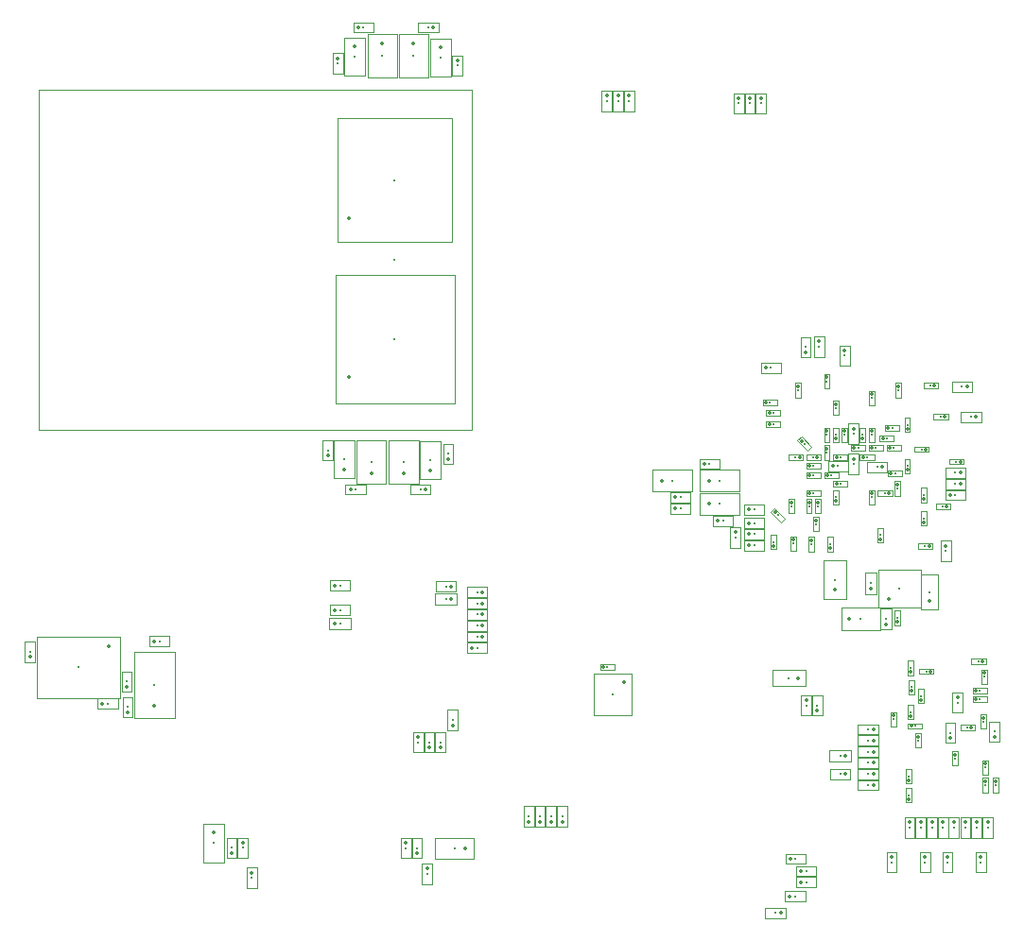
<source format=gbr>
%TF.GenerationSoftware,KiCad,Pcbnew,9.0.1*%
%TF.CreationDate,2025-05-01T20:46:39+02:00*%
%TF.ProjectId,Marble_Tiny,4d617262-6c65-45f5-9469-6e792e6b6963,rev?*%
%TF.SameCoordinates,Original*%
%TF.FileFunction,Component,L8,Bot*%
%TF.FilePolarity,Positive*%
%FSLAX46Y46*%
G04 Gerber Fmt 4.6, Leading zero omitted, Abs format (unit mm)*
G04 Created by KiCad (PCBNEW 9.0.1) date 2025-05-01 20:46:39*
%MOMM*%
%LPD*%
G01*
G04 APERTURE LIST*
%TA.AperFunction,ComponentMain*%
%ADD10C,0.300000*%
%TD*%
%TA.AperFunction,ComponentOutline,Courtyard*%
%ADD11C,0.100000*%
%TD*%
%TA.AperFunction,ComponentPin*%
%ADD12P,0.360000X4X0.000000*%
%TD*%
%TA.AperFunction,ComponentPin*%
%ADD13C,0.100000*%
%TD*%
%TA.AperFunction,ComponentOutline,Footprint*%
%ADD14C,0.100000*%
%TD*%
G04 APERTURE END LIST*
D10*
%TO.C,C103*%
%TO.CFtp,CAPC1005X55N*%
%TO.CVal,CC0402_4.7UF_16V_20\u0025_X5R*%
%TO.CLbN,Capacitors SMD*%
%TO.CMnt,SMD*%
%TO.CRot,180*%
X174800000Y-99600000D03*
D11*
X175705000Y-99145000D02*
X175705000Y-100055000D01*
X173895000Y-100055000D01*
X173895000Y-99145000D01*
X175705000Y-99145000D01*
D12*
%TO.P,C103,1,1*%
X174350000Y-99600000D03*
D13*
%TO.P,C103,2,2*%
X175250000Y-99600000D03*
%TD*%
D10*
%TO.C,C32*%
%TO.CFtp,CAPC1005X55N*%
%TO.CVal,CC0402_100NF_50V_10\u0025_X7R*%
%TO.CLbN,Capacitors SMD*%
%TO.CMnt,SMD*%
%TO.CRot,180*%
X142600000Y-55400000D03*
D11*
X143505000Y-54945000D02*
X143505000Y-55855000D01*
X141695000Y-55855000D01*
X141695000Y-54945000D01*
X143505000Y-54945000D01*
D12*
%TO.P,C32,1,1*%
X142150000Y-55400000D03*
D13*
%TO.P,C32,2,2*%
X143050000Y-55400000D03*
%TD*%
D10*
%TO.C,C95*%
%TO.CFtp,CAPC0603X33N*%
%TO.CVal,CC0201_470NF_4V_20\u0025_X5R*%
%TO.CLbN,Capacitors SMD*%
%TO.CMnt,SMD*%
%TO.CRot,180*%
X190100000Y-93100000D03*
D11*
X190745000Y-92855000D02*
X190745000Y-93345000D01*
X189455000Y-93345000D01*
X189455000Y-92855000D01*
X190745000Y-92855000D01*
D12*
%TO.P,C95,1,1*%
X189750000Y-93100000D03*
D13*
%TO.P,C95,2,2*%
X190450000Y-93100000D03*
%TD*%
D10*
%TO.C,C122*%
%TO.CFtp,CAPC2012X145N*%
%TO.CVal,CC0805_100UF_6.3V_20\u0025_X5R*%
%TO.CLbN,Capacitors SMD*%
%TO.CMnt,SMD*%
%TO.CRot,180*%
X174500000Y-98100000D03*
D11*
X176245000Y-97105000D02*
X176245000Y-99095000D01*
X172755000Y-99095000D01*
X172755000Y-97105000D01*
X176245000Y-97105000D01*
D12*
%TO.P,C122,1,1*%
X173600000Y-98100000D03*
D13*
%TO.P,C122,2,2*%
X175400000Y-98100000D03*
%TD*%
D10*
%TO.C,C240*%
%TO.CFtp,CAPC0603X33N*%
%TO.CVal,CC0201_47NF_6.3V_10\u0025_X5R*%
%TO.CLbN,Capacitors SMD*%
%TO.CMnt,SMD*%
%TO.CRot,90*%
X192300000Y-119300000D03*
D11*
X192545000Y-118655000D02*
X192545000Y-119945000D01*
X192055000Y-119945000D01*
X192055000Y-118655000D01*
X192545000Y-118655000D01*
D12*
%TO.P,C240,1,1*%
X192300000Y-118950000D03*
D13*
%TO.P,C240,2,2*%
X192300000Y-119650000D03*
%TD*%
D10*
%TO.C,C108*%
%TO.CFtp,CAPC1005X55N*%
%TO.CVal,CC0402_4.7UF_16V_20\u0025_X5R*%
%TO.CLbN,Capacitors SMD*%
%TO.CMnt,SMD*%
%TO.CRot,90*%
X186500000Y-91800000D03*
D11*
X186955000Y-90895000D02*
X186955000Y-92705000D01*
X186045000Y-92705000D01*
X186045000Y-90895000D01*
X186955000Y-90895000D01*
D12*
%TO.P,C108,1,1*%
X186500000Y-91350000D03*
D13*
%TO.P,C108,2,2*%
X186500000Y-92250000D03*
%TD*%
D10*
%TO.C,C126*%
%TO.CFtp,CAPC0603X33N*%
%TO.CVal,CC0201_470NF_4V_20\u0025_X5R*%
%TO.CLbN,Capacitors SMD*%
%TO.CMnt,SMD*%
%TO.CRot,180*%
X179300000Y-89947117D03*
D11*
X179945000Y-89702117D02*
X179945000Y-90192117D01*
X178655000Y-90192117D01*
X178655000Y-89702117D01*
X179945000Y-89702117D01*
D12*
%TO.P,C126,1,1*%
X178950000Y-89947117D03*
D13*
%TO.P,C126,2,2*%
X179650000Y-89947117D03*
%TD*%
D10*
%TO.C,C38*%
%TO.CFtp,CAPC2012X135N*%
%TO.CVal,CC0805_22UF_16V_10\u0025_X5R*%
%TO.CLbN,Capacitors SMD*%
%TO.CMnt,SMD*%
%TO.CRot,-90*%
X148600000Y-94200000D03*
D11*
X149545000Y-92505000D02*
X149545000Y-95895000D01*
X147655000Y-95895000D01*
X147655000Y-92505000D01*
X149545000Y-92505000D01*
D12*
%TO.P,C38,1,1*%
X148600000Y-95100000D03*
D13*
%TO.P,C38,2,2*%
X148600000Y-93300000D03*
%TD*%
D10*
%TO.C,C245*%
%TO.CFtp,CAPC0603X33N*%
%TO.CVal,CC0201_470NF_4V_20\u0025_X5R*%
%TO.CLbN,Capacitors SMD*%
%TO.CMnt,SMD*%
%TO.CRot,-90*%
X191400000Y-122500000D03*
D11*
X191645000Y-121855000D02*
X191645000Y-123145000D01*
X191155000Y-123145000D01*
X191155000Y-121855000D01*
X191645000Y-121855000D01*
D12*
%TO.P,C245,1,1*%
X191400000Y-122850000D03*
D13*
%TO.P,C245,2,2*%
X191400000Y-122150000D03*
%TD*%
D10*
%TO.C,C63*%
%TO.CFtp,CAPC1005X55N*%
%TO.CVal,CC0402_100NF_50V_10\u0025_X7R*%
%TO.CLbN,Capacitors SMD*%
%TO.CMnt,SMD*%
%TO.CRot,0*%
X185300000Y-122300000D03*
D11*
X186205000Y-121845000D02*
X186205000Y-122755000D01*
X184395000Y-122755000D01*
X184395000Y-121845000D01*
X186205000Y-121845000D01*
D12*
%TO.P,C63,1,1*%
X185750000Y-122300000D03*
D13*
%TO.P,C63,2,2*%
X184850000Y-122300000D03*
%TD*%
D10*
%TO.C,C34*%
%TO.CFtp,CAPC1005X55N*%
%TO.CVal,CC0402_100NF_50V_10\u0025_X7R*%
%TO.CLbN,Capacitors SMD*%
%TO.CMnt,SMD*%
%TO.CRot,0*%
X147700000Y-96800000D03*
D11*
X148605000Y-96345000D02*
X148605000Y-97255000D01*
X146795000Y-97255000D01*
X146795000Y-96345000D01*
X148605000Y-96345000D01*
D12*
%TO.P,C34,1,1*%
X148150000Y-96800000D03*
D13*
%TO.P,C34,2,2*%
X147250000Y-96800000D03*
%TD*%
D10*
%TO.C,C66*%
%TO.CFtp,CAPC1005X55N*%
%TO.CVal,CC0402_100NF_50V_10\u0025_X7R*%
%TO.CLbN,Capacitors SMD*%
%TO.CMnt,SMD*%
%TO.CRot,90*%
X194900000Y-130200000D03*
D11*
X195355000Y-129295000D02*
X195355000Y-131105000D01*
X194445000Y-131105000D01*
X194445000Y-129295000D01*
X195355000Y-129295000D01*
D12*
%TO.P,C66,1,1*%
X194900000Y-129750000D03*
D13*
%TO.P,C66,2,2*%
X194900000Y-130650000D03*
%TD*%
D10*
%TO.C,C168*%
%TO.CFtp,CAPC1005X55N*%
%TO.CVal,CC0402_4.7UF_16V_20\u0025_X5R*%
%TO.CLbN,Capacitors SMD*%
%TO.CMnt,SMD*%
%TO.CRot,180*%
X177600000Y-100800000D03*
D11*
X178505000Y-100345000D02*
X178505000Y-101255000D01*
X176695000Y-101255000D01*
X176695000Y-100345000D01*
X178505000Y-100345000D01*
D12*
%TO.P,C168,1,1*%
X177150000Y-100800000D03*
D13*
%TO.P,C168,2,2*%
X178050000Y-100800000D03*
%TD*%
D10*
%TO.C,C94*%
%TO.CFtp,CAPC0603X33N*%
%TO.CVal,CC0201_470NF_4V_20\u0025_X5R*%
%TO.CLbN,Capacitors SMD*%
%TO.CMnt,SMD*%
%TO.CRot,180*%
X184500000Y-95500000D03*
D11*
X185145000Y-95255000D02*
X185145000Y-95745000D01*
X183855000Y-95745000D01*
X183855000Y-95255000D01*
X185145000Y-95255000D01*
D12*
%TO.P,C94,1,1*%
X184150000Y-95500000D03*
D13*
%TO.P,C94,2,2*%
X184850000Y-95500000D03*
%TD*%
D10*
%TO.C,C244*%
%TO.CFtp,CAPC0603X33N*%
%TO.CVal,CC0201_47NF_6.3V_10\u0025_X5R*%
%TO.CLbN,Capacitors SMD*%
%TO.CMnt,SMD*%
%TO.CRot,90*%
X198300000Y-121700000D03*
D11*
X198545000Y-121055000D02*
X198545000Y-122345000D01*
X198055000Y-122345000D01*
X198055000Y-121055000D01*
X198545000Y-121055000D01*
D12*
%TO.P,C244,1,1*%
X198300000Y-121350000D03*
D13*
%TO.P,C244,2,2*%
X198300000Y-122050000D03*
%TD*%
D10*
%TO.C,L16*%
%TO.CFtp,INDC1005X55N*%
%TO.CVal,IND0402_MURATA_BLM15HB221SN1*%
%TO.CLbN,Inductors SMD*%
%TO.CMnt,SMD*%
%TO.CRot,180*%
X185100000Y-94700000D03*
D11*
X186005000Y-94245000D02*
X186005000Y-95155000D01*
X184195000Y-95155000D01*
X184195000Y-94245000D01*
X186005000Y-94245000D01*
D12*
%TO.P,L16,1,1*%
X184640000Y-94700000D03*
D13*
%TO.P,L16,2,2*%
X185560000Y-94700000D03*
%TD*%
D10*
%TO.C,C5*%
%TO.CFtp,CAPC1005X70N*%
%TO.CVal,CC0402_10UF_6.3V_20\u0025_X5R*%
%TO.CLbN,Capacitors SMD*%
%TO.CMnt,SMD*%
%TO.CRot,0*%
X150000000Y-106600000D03*
D11*
X150965000Y-106095000D02*
X150965000Y-107105000D01*
X149035000Y-107105000D01*
X149035000Y-106095000D01*
X150965000Y-106095000D01*
D12*
%TO.P,C5,1,1*%
X150460000Y-106600000D03*
D13*
%TO.P,C5,2,2*%
X149540000Y-106600000D03*
%TD*%
D10*
%TO.C,R55*%
%TO.CFtp,RESC1005X40N*%
%TO.CVal,R0402_40R2_1\u0025_0.0625W_100PPM*%
%TO.CLbN,Resistors SMD*%
%TO.CMnt,SMD*%
%TO.CRot,0*%
X187800000Y-119300000D03*
D11*
X188705000Y-118845000D02*
X188705000Y-119755000D01*
X186895000Y-119755000D01*
X186895000Y-118845000D01*
X188705000Y-118845000D01*
D12*
%TO.P,R55,1,1*%
X188270000Y-119300000D03*
D13*
%TO.P,R55,2,2*%
X187330000Y-119300000D03*
%TD*%
D10*
%TO.C,C165*%
%TO.CFtp,CAPC0603X33N*%
%TO.CVal,CC0201_100NF_6.3V_10\u0025_X5R*%
%TO.CLbN,Capacitors SMD*%
%TO.CMnt,SMD*%
%TO.CRot,90*%
X183100000Y-99900000D03*
D11*
X183345000Y-99255000D02*
X183345000Y-100545000D01*
X182855000Y-100545000D01*
X182855000Y-99255000D01*
X183345000Y-99255000D01*
D12*
%TO.P,C165,1,1*%
X183100000Y-99550000D03*
D13*
%TO.P,C165,2,2*%
X183100000Y-100250000D03*
%TD*%
D10*
%TO.C,C121*%
%TO.CFtp,CAPC0603X33N*%
%TO.CVal,CC0201_47NF_6.3V_10\u0025_X5R*%
%TO.CLbN,Capacitors SMD*%
%TO.CMnt,SMD*%
%TO.CRot,0*%
X195700000Y-94300000D03*
D11*
X196345000Y-94055000D02*
X196345000Y-94545000D01*
X195055000Y-94545000D01*
X195055000Y-94055000D01*
X196345000Y-94055000D01*
D12*
%TO.P,C121,1,1*%
X196050000Y-94300000D03*
D13*
%TO.P,C121,2,2*%
X195350000Y-94300000D03*
%TD*%
D10*
%TO.C,R146*%
%TO.CFtp,RESC1005X40N*%
%TO.CVal,R0402_4K7_1\u0025_0.0625W_100PPM*%
%TO.CLbN,Resistors SMD*%
%TO.CMnt,SMD*%
%TO.CRot,90*%
X132600000Y-131600000D03*
D11*
X133055000Y-130695000D02*
X133055000Y-132505000D01*
X132145000Y-132505000D01*
X132145000Y-130695000D01*
X133055000Y-130695000D01*
D12*
%TO.P,R146,1,1*%
X132600000Y-131130000D03*
D13*
%TO.P,R146,2,2*%
X132600000Y-132070000D03*
%TD*%
D10*
%TO.C,C139*%
%TO.CFtp,CAPC0603X33N*%
%TO.CVal,CC0201_47NF_6.3V_10\u0025_X5R*%
%TO.CLbN,Capacitors SMD*%
%TO.CMnt,SMD*%
%TO.CRot,0*%
X193400000Y-87500000D03*
D11*
X194045000Y-87255000D02*
X194045000Y-87745000D01*
X192755000Y-87745000D01*
X192755000Y-87255000D01*
X194045000Y-87255000D01*
D12*
%TO.P,C139,1,1*%
X193750000Y-87500000D03*
D13*
%TO.P,C139,2,2*%
X193050000Y-87500000D03*
%TD*%
D10*
%TO.C,C249*%
%TO.CFtp,CAPC0603X33N*%
%TO.CVal,CC0201_100NF_6.3V_10\u0025_X5R*%
%TO.CLbN,Capacitors SMD*%
%TO.CMnt,SMD*%
%TO.CRot,90*%
X195600000Y-120900000D03*
D11*
X195845000Y-120255000D02*
X195845000Y-121545000D01*
X195355000Y-121545000D01*
X195355000Y-120255000D01*
X195845000Y-120255000D01*
D12*
%TO.P,C249,1,1*%
X195600000Y-120550000D03*
D13*
%TO.P,C249,2,2*%
X195600000Y-121250000D03*
%TD*%
D10*
%TO.C,C230*%
%TO.CFtp,CAPC0603X33N*%
%TO.CVal,CC0201_47NF_6.3V_10\u0025_X5R*%
%TO.CLbN,Capacitors SMD*%
%TO.CMnt,SMD*%
%TO.CRot,0*%
X193000000Y-113100000D03*
D11*
X193645000Y-112855000D02*
X193645000Y-113345000D01*
X192355000Y-113345000D01*
X192355000Y-112855000D01*
X193645000Y-112855000D01*
D12*
%TO.P,C230,1,1*%
X193350000Y-113100000D03*
D13*
%TO.P,C230,2,2*%
X192650000Y-113100000D03*
%TD*%
D10*
%TO.C,R90*%
%TO.CFtp,RESC1005X40N*%
%TO.CVal,R0402_1K_1\u0025_0.0625W_100PPM*%
%TO.CLbN,Resistors SMD*%
%TO.CMnt,SMD*%
%TO.CRot,90*%
X183400000Y-84000000D03*
D11*
X183855000Y-83095000D02*
X183855000Y-84905000D01*
X182945000Y-84905000D01*
X182945000Y-83095000D01*
X183855000Y-83095000D01*
D12*
%TO.P,R90,1,1*%
X183400000Y-83530000D03*
D13*
%TO.P,R90,2,2*%
X183400000Y-84470000D03*
%TD*%
D10*
%TO.C,R144*%
%TO.CFtp,RESC1005X40N*%
%TO.CVal,R0402_4K7_1\u0025_0.0625W_100PPM*%
%TO.CLbN,Resistors SMD*%
%TO.CMnt,SMD*%
%TO.CRot,90*%
X147500000Y-119462500D03*
D11*
X147955000Y-118557500D02*
X147955000Y-120367500D01*
X147045000Y-120367500D01*
X147045000Y-118557500D01*
X147955000Y-118557500D01*
D12*
%TO.P,R144,1,1*%
X147500000Y-118992500D03*
D13*
%TO.P,R144,2,2*%
X147500000Y-119932500D03*
%TD*%
D10*
%TO.C,R58*%
%TO.CFtp,RESC1005X40N*%
%TO.CVal,R0402_40R2_1\u0025_0.0625W_100PPM*%
%TO.CLbN,Resistors SMD*%
%TO.CMnt,SMD*%
%TO.CRot,90*%
X194500000Y-127100000D03*
D11*
X194955000Y-126195000D02*
X194955000Y-128005000D01*
X194045000Y-128005000D01*
X194045000Y-126195000D01*
X194955000Y-126195000D01*
D12*
%TO.P,R58,1,1*%
X194500000Y-126630000D03*
D13*
%TO.P,R58,2,2*%
X194500000Y-127570000D03*
%TD*%
D10*
%TO.C,C92*%
%TO.CFtp,CAPC0603X33N*%
%TO.CVal,CC0201_470NF_4V_20\u0025_X5R*%
%TO.CLbN,Capacitors SMD*%
%TO.CMnt,SMD*%
%TO.CRot,180*%
X188500000Y-93100000D03*
D11*
X189145000Y-92855000D02*
X189145000Y-93345000D01*
X187855000Y-93345000D01*
X187855000Y-92855000D01*
X189145000Y-92855000D01*
D12*
%TO.P,C92,1,1*%
X188150000Y-93100000D03*
D13*
%TO.P,C92,2,2*%
X188850000Y-93100000D03*
%TD*%
D10*
%TO.C,C68*%
%TO.CFtp,CAPC1005X55N*%
%TO.CVal,CC0402_100NF_50V_10\u0025_X7R*%
%TO.CLbN,Capacitors SMD*%
%TO.CMnt,SMD*%
%TO.CRot,90*%
X189900000Y-130200000D03*
D11*
X190355000Y-129295000D02*
X190355000Y-131105000D01*
X189445000Y-131105000D01*
X189445000Y-129295000D01*
X190355000Y-129295000D01*
D12*
%TO.P,C68,1,1*%
X189900000Y-129750000D03*
D13*
%TO.P,C68,2,2*%
X189900000Y-130650000D03*
%TD*%
D10*
%TO.C,C153*%
%TO.CFtp,CAPC0603X33N*%
%TO.CVal,CC0201_470NF_4V_20\u0025_X5R*%
%TO.CLbN,Capacitors SMD*%
%TO.CMnt,SMD*%
%TO.CRot,-90*%
X190400000Y-108300000D03*
D11*
X190645000Y-107655000D02*
X190645000Y-108945000D01*
X190155000Y-108945000D01*
X190155000Y-107655000D01*
X190645000Y-107655000D01*
D12*
%TO.P,C153,1,1*%
X190400000Y-108650000D03*
D13*
%TO.P,C153,2,2*%
X190400000Y-107950000D03*
%TD*%
D10*
%TO.C,R11*%
%TO.CFtp,RESC1005X40N*%
%TO.CVal,R0402_4K7_1\u0025_0.0625W_100PPM*%
%TO.CLbN,Resistors SMD*%
%TO.CMnt,SMD*%
%TO.CRot,0*%
X152800000Y-108000000D03*
D11*
X153705000Y-107545000D02*
X153705000Y-108455000D01*
X151895000Y-108455000D01*
X151895000Y-107545000D01*
X153705000Y-107545000D01*
D12*
%TO.P,R11,1,1*%
X153270000Y-108000000D03*
D13*
%TO.P,R11,2,2*%
X152330000Y-108000000D03*
%TD*%
D10*
%TO.C,C123*%
%TO.CFtp,CAPC1005X55N*%
%TO.CVal,CC0402_4.7UF_16V_20\u0025_X5R*%
%TO.CLbN,Capacitors SMD*%
%TO.CMnt,SMD*%
%TO.CRot,90*%
X185700000Y-84800000D03*
D11*
X186155000Y-83895000D02*
X186155000Y-85705000D01*
X185245000Y-85705000D01*
X185245000Y-83895000D01*
X186155000Y-83895000D01*
D12*
%TO.P,C123,1,1*%
X185700000Y-84350000D03*
D13*
%TO.P,C123,2,2*%
X185700000Y-85250000D03*
%TD*%
D10*
%TO.C,C14*%
%TO.CFtp,CAPC1005X55N*%
%TO.CVal,CC0402_100NF_50V_10\u0025_X7R*%
%TO.CLbN,Capacitors SMD*%
%TO.CMnt,SMD*%
%TO.CRot,180*%
X140500000Y-105400000D03*
D11*
X141405000Y-104945000D02*
X141405000Y-105855000D01*
X139595000Y-105855000D01*
X139595000Y-104945000D01*
X141405000Y-104945000D01*
D12*
%TO.P,C14,1,1*%
X140050000Y-105400000D03*
D13*
%TO.P,C14,2,2*%
X140950000Y-105400000D03*
%TD*%
D10*
%TO.C,R171*%
%TO.CFtp,RESC1005X40N*%
%TO.CVal,R0402_100K_1\u0025_0.0625W_100PPM*%
%TO.CLbN,Resistors SMD*%
%TO.CMnt,SMD*%
%TO.CRot,90*%
X165400000Y-62000000D03*
D11*
X165855000Y-61095000D02*
X165855000Y-62905000D01*
X164945000Y-62905000D01*
X164945000Y-61095000D01*
X165855000Y-61095000D01*
D12*
%TO.P,R171,1,1*%
X165400000Y-61530000D03*
D13*
%TO.P,R171,2,2*%
X165400000Y-62470000D03*
%TD*%
D10*
%TO.C,C100*%
%TO.CFtp,CAPC0603X33N*%
%TO.CVal,CC0201_47NF_6.3V_10\u0025_X5R*%
%TO.CLbN,Capacitors SMD*%
%TO.CMnt,SMD*%
%TO.CRot,180*%
X185300000Y-96300000D03*
D11*
X185945000Y-96055000D02*
X185945000Y-96545000D01*
X184655000Y-96545000D01*
X184655000Y-96055000D01*
X185945000Y-96055000D01*
D12*
%TO.P,C100,1,1*%
X184950000Y-96300000D03*
D13*
%TO.P,C100,2,2*%
X185650000Y-96300000D03*
%TD*%
D10*
%TO.C,C120*%
%TO.CFtp,CAPC0603X33N*%
%TO.CVal,CC0201_470NF_4V_20\u0025_X5R*%
%TO.CLbN,Capacitors SMD*%
%TO.CMnt,SMD*%
%TO.CRot,180*%
X182900000Y-94700000D03*
D11*
X183545000Y-94455000D02*
X183545000Y-94945000D01*
X182255000Y-94945000D01*
X182255000Y-94455000D01*
X183545000Y-94455000D01*
D12*
%TO.P,C120,1,1*%
X182550000Y-94700000D03*
D13*
%TO.P,C120,2,2*%
X183250000Y-94700000D03*
%TD*%
D10*
%TO.C,R54*%
%TO.CFtp,RESC1005X40N*%
%TO.CVal,R0402_40R2_1\u0025_0.0625W_100PPM*%
%TO.CLbN,Resistors SMD*%
%TO.CMnt,SMD*%
%TO.CRot,90*%
X197500000Y-127100000D03*
D11*
X197955000Y-126195000D02*
X197955000Y-128005000D01*
X197045000Y-128005000D01*
X197045000Y-126195000D01*
X197955000Y-126195000D01*
D12*
%TO.P,R54,1,1*%
X197500000Y-126630000D03*
D13*
%TO.P,R54,2,2*%
X197500000Y-127570000D03*
%TD*%
D10*
%TO.C,C119*%
%TO.CFtp,CAPC2012X145N*%
%TO.CVal,CC0805_100UF_6.3V_20\u0025_X5R*%
%TO.CLbN,Capacitors SMD*%
%TO.CMnt,SMD*%
%TO.CRot,180*%
X170250000Y-96000000D03*
D11*
X171995000Y-95005000D02*
X171995000Y-96995000D01*
X168505000Y-96995000D01*
X168505000Y-95005000D01*
X171995000Y-95005000D01*
D12*
%TO.P,C119,1,1*%
X169350000Y-96000000D03*
D13*
%TO.P,C119,2,2*%
X171150000Y-96000000D03*
%TD*%
D10*
%TO.C,C128*%
%TO.CFtp,CAPC0603X33N*%
%TO.CVal,CC0201_47NF_6.3V_10\u0025_X5R*%
%TO.CLbN,Capacitors SMD*%
%TO.CMnt,SMD*%
%TO.CRot,90*%
X188100000Y-88600000D03*
D11*
X188345000Y-87955000D02*
X188345000Y-89245000D01*
X187855000Y-89245000D01*
X187855000Y-87955000D01*
X188345000Y-87955000D01*
D12*
%TO.P,C128,1,1*%
X188100000Y-88250000D03*
D13*
%TO.P,C128,2,2*%
X188100000Y-88950000D03*
%TD*%
D10*
%TO.C,C131*%
%TO.CFtp,CAPC1005X55N*%
%TO.CVal,CC0402_4.7UF_16V_20\u0025_X5R*%
%TO.CLbN,Capacitors SMD*%
%TO.CMnt,SMD*%
%TO.CRot,180*%
X179100000Y-85900000D03*
D11*
X180005000Y-85445000D02*
X180005000Y-86355000D01*
X178195000Y-86355000D01*
X178195000Y-85445000D01*
X180005000Y-85445000D01*
D12*
%TO.P,C131,1,1*%
X178650000Y-85900000D03*
D13*
%TO.P,C131,2,2*%
X179550000Y-85900000D03*
%TD*%
D10*
%TO.C,C236*%
%TO.CFtp,CAPC0603X33N*%
%TO.CVal,CC0201_47NF_6.3V_10\u0025_X5R*%
%TO.CLbN,Capacitors SMD*%
%TO.CMnt,SMD*%
%TO.CRot,180*%
X197800000Y-115600000D03*
D11*
X198445000Y-115355000D02*
X198445000Y-115845000D01*
X197155000Y-115845000D01*
X197155000Y-115355000D01*
X198445000Y-115355000D01*
D12*
%TO.P,C236,1,1*%
X197450000Y-115600000D03*
D13*
%TO.P,C236,2,2*%
X198150000Y-115600000D03*
%TD*%
D10*
%TO.C,C110*%
%TO.CFtp,CAPC2012X145N*%
%TO.CVal,CC0805_100UF_6.3V_20\u0025_X5R*%
%TO.CLbN,Capacitors SMD*%
%TO.CMnt,SMD*%
%TO.CRot,-90*%
X184800000Y-104900000D03*
D11*
X185795000Y-103155000D02*
X185795000Y-106645000D01*
X183805000Y-106645000D01*
X183805000Y-103155000D01*
X185795000Y-103155000D01*
D12*
%TO.P,C110,1,1*%
X184800000Y-105800000D03*
D13*
%TO.P,C110,2,2*%
X184800000Y-104000000D03*
%TD*%
D10*
%TO.C,C90*%
%TO.CFtp,CAPC0603X33N*%
%TO.CVal,CC0201_470NF_4V_20\u0025_X5R*%
%TO.CLbN,Capacitors SMD*%
%TO.CMnt,SMD*%
%TO.CRot,180*%
X186900000Y-93100000D03*
D11*
X187545000Y-92855000D02*
X187545000Y-93345000D01*
X186255000Y-93345000D01*
X186255000Y-92855000D01*
X187545000Y-92855000D01*
D12*
%TO.P,C90,1,1*%
X186550000Y-93100000D03*
D13*
%TO.P,C90,2,2*%
X187250000Y-93100000D03*
%TD*%
D10*
%TO.C,C40*%
%TO.CFtp,CAPC1005X55N*%
%TO.CVal,CC0402_100NF_50V_10\u0025_X7R*%
%TO.CLbN,Capacitors SMD*%
%TO.CMnt,SMD*%
%TO.CRot,90*%
X140300000Y-58600000D03*
D11*
X140755000Y-57695000D02*
X140755000Y-59505000D01*
X139845000Y-59505000D01*
X139845000Y-57695000D01*
X140755000Y-57695000D01*
D12*
%TO.P,C40,1,1*%
X140300000Y-58150000D03*
D13*
%TO.P,C40,2,2*%
X140300000Y-59050000D03*
%TD*%
D10*
%TO.C,R72*%
%TO.CFtp,RESC1005X40N*%
%TO.CVal,R0402_240R_1\u0025_0.0625W_100PPM*%
%TO.CLbN,Resistors SMD*%
%TO.CMnt,SMD*%
%TO.CRot,-90*%
X199100000Y-118500000D03*
D11*
X199555000Y-117595000D02*
X199555000Y-119405000D01*
X198645000Y-119405000D01*
X198645000Y-117595000D01*
X199555000Y-117595000D01*
D12*
%TO.P,R72,1,1*%
X199100000Y-118970000D03*
D13*
%TO.P,R72,2,2*%
X199100000Y-118030000D03*
%TD*%
D10*
%TO.C,C239*%
%TO.CFtp,CAPC0603X33N*%
%TO.CVal,CC0201_47NF_6.3V_10\u0025_X5R*%
%TO.CLbN,Capacitors SMD*%
%TO.CMnt,SMD*%
%TO.CRot,180*%
X192000000Y-118000000D03*
D11*
X192645000Y-117755000D02*
X192645000Y-118245000D01*
X191355000Y-118245000D01*
X191355000Y-117755000D01*
X192645000Y-117755000D01*
D12*
%TO.P,C239,1,1*%
X191650000Y-118000000D03*
D13*
%TO.P,C239,2,2*%
X192350000Y-118000000D03*
%TD*%
D10*
%TO.C,C118*%
%TO.CFtp,CAPC1005X55N*%
%TO.CVal,CC0402_4.7UF_16V_20\u0025_X5R*%
%TO.CLbN,Capacitors SMD*%
%TO.CMnt,SMD*%
%TO.CRot,180*%
X171000000Y-97500000D03*
D11*
X171905000Y-97045000D02*
X171905000Y-97955000D01*
X170095000Y-97955000D01*
X170095000Y-97045000D01*
X171905000Y-97045000D01*
D12*
%TO.P,C118,1,1*%
X170550000Y-97500000D03*
D13*
%TO.P,C118,2,2*%
X171450000Y-97500000D03*
%TD*%
D10*
%TO.C,R1*%
%TO.CFtp,RESC1608X55N*%
%TO.CVal,R0603_6K65_0.1\u0025_0.063W_10PPM*%
%TO.CLbN,Resistors SMD*%
%TO.CMnt,SMD*%
%TO.CRot,0*%
X180700000Y-113700000D03*
D11*
X182195000Y-112955000D02*
X182195000Y-114445000D01*
X179205000Y-114445000D01*
X179205000Y-112955000D01*
X182195000Y-112955000D01*
D12*
%TO.P,R1,1,1*%
X181500000Y-113700000D03*
D13*
%TO.P,R1,2,2*%
X179900000Y-113700000D03*
%TD*%
D10*
%TO.C,L8*%
%TO.CFtp,L_1008_2520Metric*%
%TO.CVal,4.7 uH*%
%TO.CLbN,Inductor_SMD*%
%TO.CMnt,SMD*%
%TO.CRot,-90*%
X143300000Y-94300000D03*
D11*
X144645000Y-92355000D02*
X144645000Y-96245000D01*
X141955000Y-96245000D01*
X141955000Y-92355000D01*
X144645000Y-92355000D01*
D12*
%TO.P,L8,1,1*%
X143300000Y-95375000D03*
D13*
%TO.P,L8,2,2*%
X143300000Y-93225000D03*
%TD*%
D10*
%TO.C,R15*%
%TO.CFtp,RESC1005X40N*%
%TO.CVal,R0402_4K7_1\u0025_0.0625W_100PPM*%
%TO.CLbN,Resistors SMD*%
%TO.CMnt,SMD*%
%TO.CRot,180*%
X152800000Y-111000000D03*
D11*
X153705000Y-110545000D02*
X153705000Y-111455000D01*
X151895000Y-111455000D01*
X151895000Y-110545000D01*
X153705000Y-110545000D01*
D12*
%TO.P,R15,1,1*%
X152330000Y-111000000D03*
D13*
%TO.P,R15,2,2*%
X153270000Y-111000000D03*
%TD*%
D10*
%TO.C,C105*%
%TO.CFtp,CAPC1005X55N*%
%TO.CVal,CC0402_4.7UF_16V_20\u0025_X5R*%
%TO.CLbN,Capacitors SMD*%
%TO.CMnt,SMD*%
%TO.CRot,90*%
X186500000Y-94500000D03*
D11*
X186955000Y-93595000D02*
X186955000Y-95405000D01*
X186045000Y-95405000D01*
X186045000Y-93595000D01*
X186955000Y-93595000D01*
D12*
%TO.P,C105,1,1*%
X186500000Y-94050000D03*
D13*
%TO.P,C105,2,2*%
X186500000Y-94950000D03*
%TD*%
D10*
%TO.C,C144*%
%TO.CFtp,CAPC0603X33N*%
%TO.CVal,CC0201_470NF_4V_20\u0025_X5R*%
%TO.CLbN,Capacitors SMD*%
%TO.CMnt,SMD*%
%TO.CRot,0*%
X192900000Y-101900000D03*
D11*
X193545000Y-101655000D02*
X193545000Y-102145000D01*
X192255000Y-102145000D01*
X192255000Y-101655000D01*
X193545000Y-101655000D01*
D12*
%TO.P,C144,1,1*%
X193250000Y-101900000D03*
D13*
%TO.P,C144,2,2*%
X192550000Y-101900000D03*
%TD*%
D10*
%TO.C,C137*%
%TO.CFtp,CAPC0603X33N*%
%TO.CVal,CC0201_470NF_4V_20\u0025_X5R*%
%TO.CLbN,Capacitors SMD*%
%TO.CMnt,SMD*%
%TO.CRot,0*%
X181300000Y-93900000D03*
D11*
X181945000Y-93655000D02*
X181945000Y-94145000D01*
X180655000Y-94145000D01*
X180655000Y-93655000D01*
X181945000Y-93655000D01*
D12*
%TO.P,C137,1,1*%
X181650000Y-93900000D03*
D13*
%TO.P,C137,2,2*%
X180950000Y-93900000D03*
%TD*%
D10*
%TO.C,C154*%
%TO.CFtp,CAPC0603X33N*%
%TO.CVal,CC0201_100NF_6.3V_10\u0025_X5R*%
%TO.CLbN,Capacitors SMD*%
%TO.CMnt,SMD*%
%TO.CRot,180*%
X187690000Y-93900000D03*
D11*
X188335000Y-93655000D02*
X188335000Y-94145000D01*
X187045000Y-94145000D01*
X187045000Y-93655000D01*
X188335000Y-93655000D01*
D12*
%TO.P,C154,1,1*%
X187340000Y-93900000D03*
D13*
%TO.P,C154,2,2*%
X188040000Y-93900000D03*
%TD*%
D10*
%TO.C,C72*%
%TO.CFtp,CAPC1005X55N*%
%TO.CVal,CC0402_27PF_50V_5\u0025_C0G*%
%TO.CLbN,Capacitors SMD*%
%TO.CMnt,SMD*%
%TO.CRot,180*%
X124350000Y-110400000D03*
D11*
X125255000Y-109945000D02*
X125255000Y-110855000D01*
X123445000Y-110855000D01*
X123445000Y-109945000D01*
X125255000Y-109945000D01*
D12*
%TO.P,C72,1,1*%
X123900000Y-110400000D03*
D13*
%TO.P,C72,2,2*%
X124800000Y-110400000D03*
%TD*%
D10*
%TO.C,C167*%
%TO.CFtp,CAPC1005X55N*%
%TO.CVal,CC0402_4.7UF_16V_20\u0025_X5R*%
%TO.CLbN,Capacitors SMD*%
%TO.CMnt,SMD*%
%TO.CRot,180*%
X177600000Y-101800000D03*
D11*
X178505000Y-101345000D02*
X178505000Y-102255000D01*
X176695000Y-102255000D01*
X176695000Y-101345000D01*
X178505000Y-101345000D01*
D12*
%TO.P,C167,1,1*%
X177150000Y-101800000D03*
D13*
%TO.P,C167,2,2*%
X178050000Y-101800000D03*
%TD*%
D10*
%TO.C,L15*%
%TO.CFtp,INDC2013X145N*%
%TO.CVal,IND0805_TDK_MLZ2012M150WT000*%
%TO.CLbN,Inductors SMD*%
%TO.CMnt,SMD*%
%TO.CRot,180*%
X187117500Y-108400000D03*
D11*
X188862500Y-107405000D02*
X188862500Y-109395000D01*
X185372500Y-109395000D01*
X185372500Y-107405000D01*
X188862500Y-107405000D01*
D12*
%TO.P,L15,1,1*%
X186117500Y-108400000D03*
D13*
%TO.P,L15,2,2*%
X188117500Y-108400000D03*
%TD*%
D10*
%TO.C,U22*%
%TO.CFtp,SOIC127P600X175-8N*%
%TO.CVal,93C46B-I_SN*%
%TO.CLbN,ICs And Semiconductors SMD*%
%TO.CMnt,SMD*%
%TO.CRot,0*%
X117100000Y-112730000D03*
D11*
X120845000Y-109985000D02*
X120845000Y-115475000D01*
X113355000Y-115475000D01*
X113355000Y-109985000D01*
X120845000Y-109985000D01*
D12*
%TO.P,U22,1,CS*%
X119800000Y-110825000D03*
D13*
%TO.P,U22,2,CLK*%
X119800000Y-112095000D03*
%TO.P,U22,3,DI*%
X119800000Y-113365000D03*
%TO.P,U22,4,DO*%
X119800000Y-114635000D03*
%TO.P,U22,5,VSS*%
X114400000Y-114635000D03*
%TO.P,U22,6,NC*%
X114400000Y-113365000D03*
%TO.P,U22,7,NC*%
X114400000Y-112095000D03*
%TO.P,U22,8,VCC*%
X114400000Y-110825000D03*
%TD*%
D10*
%TO.C,L9*%
%TO.CFtp,L_1008_2520Metric*%
%TO.CVal,4.7 uH*%
%TO.CLbN,Inductor_SMD*%
%TO.CMnt,SMD*%
%TO.CRot,-90*%
X146200000Y-94300000D03*
D11*
X147545000Y-92355000D02*
X147545000Y-96245000D01*
X144855000Y-96245000D01*
X144855000Y-92355000D01*
X147545000Y-92355000D01*
D12*
%TO.P,L9,1,1*%
X146200000Y-95375000D03*
D13*
%TO.P,L9,2,2*%
X146200000Y-93225000D03*
%TD*%
D10*
%TO.C,R169*%
%TO.CFtp,RESC1005X40N*%
%TO.CVal,R0402_12K_1\u0025_0.0625W_100PPM*%
%TO.CLbN,Resistors SMD*%
%TO.CMnt,SMD*%
%TO.CRot,180*%
X181300000Y-129900000D03*
D11*
X182205000Y-129445000D02*
X182205000Y-130355000D01*
X180395000Y-130355000D01*
X180395000Y-129445000D01*
X182205000Y-129445000D01*
D12*
%TO.P,R169,1,1*%
X180830000Y-129900000D03*
D13*
%TO.P,R169,2,2*%
X181770000Y-129900000D03*
%TD*%
D10*
%TO.C,C235*%
%TO.CFtp,CAPC0603X33N*%
%TO.CVal,CC0201_47NF_6.3V_10\u0025_X5R*%
%TO.CLbN,Capacitors SMD*%
%TO.CMnt,SMD*%
%TO.CRot,90*%
X198100000Y-117600000D03*
D11*
X198345000Y-116955000D02*
X198345000Y-118245000D01*
X197855000Y-118245000D01*
X197855000Y-116955000D01*
X198345000Y-116955000D01*
D12*
%TO.P,C235,1,1*%
X198100000Y-117250000D03*
D13*
%TO.P,C235,2,2*%
X198100000Y-117950000D03*
%TD*%
D10*
%TO.C,C250*%
%TO.CFtp,CAPC0603X33N*%
%TO.CVal,CC0201_100NF_6.3V_10\u0025_X5R*%
%TO.CLbN,Capacitors SMD*%
%TO.CMnt,SMD*%
%TO.CRot,90*%
X190100000Y-117400000D03*
D11*
X190345000Y-116755000D02*
X190345000Y-118045000D01*
X189855000Y-118045000D01*
X189855000Y-116755000D01*
X190345000Y-116755000D01*
D12*
%TO.P,C250,1,1*%
X190100000Y-117050000D03*
D13*
%TO.P,C250,2,2*%
X190100000Y-117750000D03*
%TD*%
D10*
%TO.C,C134*%
%TO.CFtp,CAPC0603X33N*%
%TO.CVal,CC0201_470NF_4V_20\u0025_X5R*%
%TO.CLbN,Capacitors SMD*%
%TO.CMnt,SMD*%
%TO.CRot,90*%
X181500000Y-87900000D03*
D11*
X181745000Y-87255000D02*
X181745000Y-88545000D01*
X181255000Y-88545000D01*
X181255000Y-87255000D01*
X181745000Y-87255000D01*
D12*
%TO.P,C134,1,1*%
X181500000Y-87550000D03*
D13*
%TO.P,C134,2,2*%
X181500000Y-88250000D03*
%TD*%
D10*
%TO.C,C166*%
%TO.CFtp,CAPC0603X33N*%
%TO.CVal,CC0201_100NF_6.3V_10\u0025_X5R*%
%TO.CLbN,Capacitors SMD*%
%TO.CMnt,SMD*%
%TO.CRot,-90*%
X184400000Y-101700000D03*
D11*
X184645000Y-101055000D02*
X184645000Y-102345000D01*
X184155000Y-102345000D01*
X184155000Y-101055000D01*
X184645000Y-101055000D01*
D12*
%TO.P,C166,1,1*%
X184400000Y-102050000D03*
D13*
%TO.P,C166,2,2*%
X184400000Y-101350000D03*
%TD*%
D10*
%TO.C,R53*%
%TO.CFtp,RESC1005X40N*%
%TO.CVal,R0402_40R2_1\u0025_0.0625W_100PPM*%
%TO.CLbN,Resistors SMD*%
%TO.CMnt,SMD*%
%TO.CRot,0*%
X187800000Y-123300000D03*
D11*
X188705000Y-122845000D02*
X188705000Y-123755000D01*
X186895000Y-123755000D01*
X186895000Y-122845000D01*
X188705000Y-122845000D01*
D12*
%TO.P,R53,1,1*%
X188270000Y-123300000D03*
D13*
%TO.P,R53,2,2*%
X187330000Y-123300000D03*
%TD*%
D10*
%TO.C,C124*%
%TO.CFtp,CAPC0603X33N*%
%TO.CVal,CC0201_470NF_4V_20\u0025_X5R*%
%TO.CLbN,Capacitors SMD*%
%TO.CMnt,SMD*%
%TO.CRot,-90*%
X192800000Y-97300000D03*
D11*
X193045000Y-96655000D02*
X193045000Y-97945000D01*
X192555000Y-97945000D01*
X192555000Y-96655000D01*
X193045000Y-96655000D01*
D12*
%TO.P,C124,1,1*%
X192800000Y-97650000D03*
D13*
%TO.P,C124,2,2*%
X192800000Y-96950000D03*
%TD*%
D10*
%TO.C,C130*%
%TO.CFtp,CAPC0603X33N*%
%TO.CVal,CC0201_47NF_6.3V_10\u0025_X5R*%
%TO.CLbN,Capacitors SMD*%
%TO.CMnt,SMD*%
%TO.CRot,0*%
X194300000Y-90300000D03*
D11*
X194945000Y-90055000D02*
X194945000Y-90545000D01*
X193655000Y-90545000D01*
X193655000Y-90055000D01*
X194945000Y-90055000D01*
D12*
%TO.P,C130,1,1*%
X194650000Y-90300000D03*
D13*
%TO.P,C130,2,2*%
X193950000Y-90300000D03*
%TD*%
D10*
%TO.C,L6*%
%TO.CFtp,L_1008_2520Metric*%
%TO.CVal,4.7 uH*%
%TO.CLbN,Inductor_SMD*%
%TO.CMnt,SMD*%
%TO.CRot,90*%
X147100000Y-57900000D03*
D11*
X148445000Y-55955000D02*
X148445000Y-59845000D01*
X145755000Y-59845000D01*
X145755000Y-55955000D01*
X148445000Y-55955000D01*
D12*
%TO.P,L6,1,1*%
X147100000Y-56825000D03*
D13*
%TO.P,L6,2,2*%
X147100000Y-58975000D03*
%TD*%
D10*
%TO.C,C164*%
%TO.CFtp,CAPC0603X33N*%
%TO.CVal,CC0201_100NF_6.3V_10\u0025_X5R*%
%TO.CLbN,Capacitors SMD*%
%TO.CMnt,SMD*%
%TO.CRot,90*%
X181100000Y-101650000D03*
D11*
X181345000Y-101005000D02*
X181345000Y-102295000D01*
X180855000Y-102295000D01*
X180855000Y-101005000D01*
X181345000Y-101005000D01*
D12*
%TO.P,C164,1,1*%
X181100000Y-101300000D03*
D13*
%TO.P,C164,2,2*%
X181100000Y-102000000D03*
%TD*%
D10*
%TO.C,C138*%
%TO.CFtp,CAPC0603X33N*%
%TO.CVal,CC0201_47NF_6.3V_10\u0025_X5R*%
%TO.CLbN,Capacitors SMD*%
%TO.CMnt,SMD*%
%TO.CRot,180*%
X179307324Y-90951217D03*
D11*
X179952324Y-90706217D02*
X179952324Y-91196217D01*
X178662324Y-91196217D01*
X178662324Y-90706217D01*
X179952324Y-90706217D01*
D12*
%TO.P,C138,1,1*%
X178957324Y-90951217D03*
D13*
%TO.P,C138,2,2*%
X179657324Y-90951217D03*
%TD*%
D10*
%TO.C,C159*%
%TO.CFtp,CAPC0603X33N*%
%TO.CVal,CC0201_100NF_6.3V_10\u0025_X5R*%
%TO.CLbN,Capacitors SMD*%
%TO.CMnt,SMD*%
%TO.CRot,90*%
X182500000Y-98300000D03*
D11*
X182745000Y-97655000D02*
X182745000Y-98945000D01*
X182255000Y-98945000D01*
X182255000Y-97655000D01*
X182745000Y-97655000D01*
D12*
%TO.P,C159,1,1*%
X182500000Y-97950000D03*
D13*
%TO.P,C159,2,2*%
X182500000Y-98650000D03*
%TD*%
D10*
%TO.C,C145*%
%TO.CFtp,CAPC0603X33N*%
%TO.CVal,CC0201_470NF_4V_20\u0025_X5R*%
%TO.CLbN,Capacitors SMD*%
%TO.CMnt,SMD*%
%TO.CRot,0*%
X194500000Y-98300000D03*
D11*
X195145000Y-98055000D02*
X195145000Y-98545000D01*
X193855000Y-98545000D01*
X193855000Y-98055000D01*
X195145000Y-98055000D01*
D12*
%TO.P,C145,1,1*%
X194850000Y-98300000D03*
D13*
%TO.P,C145,2,2*%
X194150000Y-98300000D03*
%TD*%
D10*
%TO.C,C232*%
%TO.CFtp,CAPC0603X33N*%
%TO.CVal,CC0201_47NF_6.3V_10\u0025_X5R*%
%TO.CLbN,Capacitors SMD*%
%TO.CMnt,SMD*%
%TO.CRot,-90*%
X191700000Y-114500000D03*
D11*
X191945000Y-113855000D02*
X191945000Y-115145000D01*
X191455000Y-115145000D01*
X191455000Y-113855000D01*
X191945000Y-113855000D01*
D12*
%TO.P,C232,1,1*%
X191700000Y-114850000D03*
D13*
%TO.P,C232,2,2*%
X191700000Y-114150000D03*
%TD*%
D10*
%TO.C,C161*%
%TO.CFtp,CAPC1005X55N*%
%TO.CVal,CC0402_4.7UF_16V_20\u0025_X5R*%
%TO.CLbN,Capacitors SMD*%
%TO.CMnt,SMD*%
%TO.CRot,180*%
X177600000Y-98600000D03*
D11*
X178505000Y-98145000D02*
X178505000Y-99055000D01*
X176695000Y-99055000D01*
X176695000Y-98145000D01*
X178505000Y-98145000D01*
D12*
%TO.P,C161,1,1*%
X177150000Y-98600000D03*
D13*
%TO.P,C161,2,2*%
X178050000Y-98600000D03*
%TD*%
D10*
%TO.C,C42*%
%TO.CFtp,CAPC1005X55N*%
%TO.CVal,CC0402_100NF_50V_10\u0025_X7R*%
%TO.CLbN,Capacitors SMD*%
%TO.CMnt,SMD*%
%TO.CRot,-90*%
X150200000Y-93600000D03*
D11*
X150655000Y-92695000D02*
X150655000Y-94505000D01*
X149745000Y-94505000D01*
X149745000Y-92695000D01*
X150655000Y-92695000D01*
D12*
%TO.P,C42,1,1*%
X150200000Y-94050000D03*
D13*
%TO.P,C42,2,2*%
X150200000Y-93150000D03*
%TD*%
D10*
%TO.C,C115*%
%TO.CFtp,CAPC0603X33N*%
%TO.CVal,CC0201_470NF_4V_20\u0025_X5R*%
%TO.CLbN,Capacitors SMD*%
%TO.CMnt,SMD*%
%TO.CRot,90*%
X184100000Y-91900000D03*
D11*
X184345000Y-91255000D02*
X184345000Y-92545000D01*
X183855000Y-92545000D01*
X183855000Y-91255000D01*
X184345000Y-91255000D01*
D12*
%TO.P,C115,1,1*%
X184100000Y-91550000D03*
D13*
%TO.P,C115,2,2*%
X184100000Y-92250000D03*
%TD*%
D10*
%TO.C,C148*%
%TO.CFtp,CAPC0603X33N*%
%TO.CVal,CC0201_47NF_6.3V_10\u0025_X5R*%
%TO.CLbN,Capacitors SMD*%
%TO.CMnt,SMD*%
%TO.CRot,90*%
X188100000Y-97500000D03*
D11*
X188345000Y-96855000D02*
X188345000Y-98145000D01*
X187855000Y-98145000D01*
X187855000Y-96855000D01*
X188345000Y-96855000D01*
D12*
%TO.P,C148,1,1*%
X188100000Y-97150000D03*
D13*
%TO.P,C148,2,2*%
X188100000Y-97850000D03*
%TD*%
D10*
%TO.C,C242*%
%TO.CFtp,CAPC0603X33N*%
%TO.CVal,CC0201_47NF_6.3V_10\u0025_X5R*%
%TO.CLbN,Capacitors SMD*%
%TO.CMnt,SMD*%
%TO.CRot,90*%
X198300000Y-123300000D03*
D11*
X198545000Y-122655000D02*
X198545000Y-123945000D01*
X198055000Y-123945000D01*
X198055000Y-122655000D01*
X198545000Y-122655000D01*
D12*
%TO.P,C242,1,1*%
X198300000Y-122950000D03*
D13*
%TO.P,C242,2,2*%
X198300000Y-123650000D03*
%TD*%
D10*
%TO.C,C143*%
%TO.CFtp,CAPC0603X33N*%
%TO.CVal,CC0201_470NF_4V_20\u0025_X5R*%
%TO.CLbN,Capacitors SMD*%
%TO.CMnt,SMD*%
%TO.CRot,-90*%
X188900000Y-100900000D03*
D11*
X189145000Y-100255000D02*
X189145000Y-101545000D01*
X188655000Y-101545000D01*
X188655000Y-100255000D01*
X189145000Y-100255000D01*
D12*
%TO.P,C143,1,1*%
X188900000Y-101250000D03*
D13*
%TO.P,C143,2,2*%
X188900000Y-100550000D03*
%TD*%
D10*
%TO.C,C238*%
%TO.CFtp,CAPC0603X33N*%
%TO.CVal,CC0201_47NF_6.3V_10\u0025_X5R*%
%TO.CLbN,Capacitors SMD*%
%TO.CMnt,SMD*%
%TO.CRot,90*%
X198200000Y-113600000D03*
D11*
X198445000Y-112955000D02*
X198445000Y-114245000D01*
X197955000Y-114245000D01*
X197955000Y-112955000D01*
X198445000Y-112955000D01*
D12*
%TO.P,C238,1,1*%
X198200000Y-113250000D03*
D13*
%TO.P,C238,2,2*%
X198200000Y-113950000D03*
%TD*%
D10*
%TO.C,C186*%
%TO.CFtp,CAPC0603X33N*%
%TO.CVal,CC0201_100NF_6.3V_10\u0025_X5R*%
%TO.CLbN,Capacitors SMD*%
%TO.CMnt,SMD*%
%TO.CRot,180*%
X164450000Y-112700000D03*
D11*
X165095000Y-112455000D02*
X165095000Y-112945000D01*
X163805000Y-112945000D01*
X163805000Y-112455000D01*
X165095000Y-112455000D01*
D12*
%TO.P,C186,1,1*%
X164100000Y-112700000D03*
D13*
%TO.P,C186,2,2*%
X164800000Y-112700000D03*
%TD*%
D10*
%TO.C,U9*%
%TO.CFtp,SOT-23*%
%TO.CVal,REF3012*%
%TO.CLbN,Package_TO_SOT_SMD*%
%TO.CMnt,SMD*%
%TO.CRot,180*%
X190600000Y-105700000D03*
D11*
X192515000Y-104005000D02*
X192515000Y-107395000D01*
X188685000Y-107395000D01*
X188685000Y-104005000D01*
X192515000Y-104005000D01*
D12*
%TO.P,U9,1,IN*%
X189662500Y-106650000D03*
D13*
%TO.P,U9,2,OUT*%
X189662500Y-104750000D03*
%TO.P,U9,3,GND*%
X191537500Y-105700000D03*
%TD*%
D10*
%TO.C,C107*%
%TO.CFtp,CAPC1005X55N*%
%TO.CVal,CC0402_4.7UF_16V_20\u0025_X5R*%
%TO.CLbN,Capacitors SMD*%
%TO.CMnt,SMD*%
%TO.CRot,0*%
X188600000Y-94800000D03*
D11*
X189505000Y-94345000D02*
X189505000Y-95255000D01*
X187695000Y-95255000D01*
X187695000Y-94345000D01*
X189505000Y-94345000D01*
D12*
%TO.P,C107,1,1*%
X189050000Y-94800000D03*
D13*
%TO.P,C107,2,2*%
X188150000Y-94800000D03*
%TD*%
D10*
%TO.C,C147*%
%TO.CFtp,CAPC0603X33N*%
%TO.CVal,CC0201_47NF_6.3V_10\u0025_X5R*%
%TO.CLbN,Capacitors SMD*%
%TO.CMnt,SMD*%
%TO.CRot,90*%
X190400000Y-96700000D03*
D11*
X190645000Y-96055000D02*
X190645000Y-97345000D01*
X190155000Y-97345000D01*
X190155000Y-96055000D01*
X190645000Y-96055000D01*
D12*
%TO.P,C147,1,1*%
X190400000Y-96350000D03*
D13*
%TO.P,C147,2,2*%
X190400000Y-97050000D03*
%TD*%
D10*
%TO.C,C142*%
%TO.CFtp,CAPC1005X55N*%
%TO.CVal,CC0402_4.7UF_16V_20\u0025_X5R*%
%TO.CLbN,Capacitors SMD*%
%TO.CMnt,SMD*%
%TO.CRot,180*%
X195600000Y-97300000D03*
D11*
X196505000Y-96845000D02*
X196505000Y-97755000D01*
X194695000Y-97755000D01*
X194695000Y-96845000D01*
X196505000Y-96845000D01*
D12*
%TO.P,C142,1,1*%
X195150000Y-97300000D03*
D13*
%TO.P,C142,2,2*%
X196050000Y-97300000D03*
%TD*%
D10*
%TO.C,R16*%
%TO.CFtp,RESC1005X40N*%
%TO.CVal,R0402_4K7_1\u0025_0.0625W_100PPM*%
%TO.CLbN,Resistors SMD*%
%TO.CMnt,SMD*%
%TO.CRot,0*%
X152800000Y-107000000D03*
D11*
X153705000Y-106545000D02*
X153705000Y-107455000D01*
X151895000Y-107455000D01*
X151895000Y-106545000D01*
X153705000Y-106545000D01*
D12*
%TO.P,R16,1,1*%
X153270000Y-107000000D03*
D13*
%TO.P,R16,2,2*%
X152330000Y-107000000D03*
%TD*%
D10*
%TO.C,C179*%
%TO.CFtp,CAPC1005X55N*%
%TO.CVal,CC0402_22PF_50V_5\u0025_C0G*%
%TO.CLbN,Capacitors SMD*%
%TO.CMnt,SMD*%
%TO.CRot,90*%
X131800000Y-128900000D03*
D11*
X132255000Y-127995000D02*
X132255000Y-129805000D01*
X131345000Y-129805000D01*
X131345000Y-127995000D01*
X132255000Y-127995000D01*
D12*
%TO.P,C179,1,1*%
X131800000Y-128450000D03*
D13*
%TO.P,C179,2,2*%
X131800000Y-129350000D03*
%TD*%
D10*
%TO.C,R112*%
%TO.CFtp,RESC1005X40N*%
%TO.CVal,R0402_0R_JUMPER*%
%TO.CLbN,Resistors SMD*%
%TO.CMnt,SMD*%
%TO.CRot,-90*%
X158400000Y-126100000D03*
D11*
X158855000Y-125195000D02*
X158855000Y-127005000D01*
X157945000Y-127005000D01*
X157945000Y-125195000D01*
X158855000Y-125195000D01*
D12*
%TO.P,R112,1,1*%
X158400000Y-126570000D03*
D13*
%TO.P,R112,2,2*%
X158400000Y-125630000D03*
%TD*%
D10*
%TO.C,C104*%
%TO.CFtp,CAPC1005X55N*%
%TO.CVal,CC0402_4.7UF_16V_20\u0025_X5R*%
%TO.CLbN,Capacitors SMD*%
%TO.CMnt,SMD*%
%TO.CRot,0*%
X195600000Y-96300000D03*
D11*
X196505000Y-95845000D02*
X196505000Y-96755000D01*
X194695000Y-96755000D01*
X194695000Y-95845000D01*
X196505000Y-95845000D01*
D12*
%TO.P,C104,1,1*%
X196050000Y-96300000D03*
D13*
%TO.P,C104,2,2*%
X195150000Y-96300000D03*
%TD*%
D10*
%TO.C,C33*%
%TO.CFtp,CAPC1005X55N*%
%TO.CVal,CC0402_100NF_50V_10\u0025_X7R*%
%TO.CLbN,Capacitors SMD*%
%TO.CMnt,SMD*%
%TO.CRot,180*%
X141900000Y-96800000D03*
D11*
X142805000Y-96345000D02*
X142805000Y-97255000D01*
X140995000Y-97255000D01*
X140995000Y-96345000D01*
X142805000Y-96345000D01*
D12*
%TO.P,C33,1,1*%
X141450000Y-96800000D03*
D13*
%TO.P,C33,2,2*%
X142350000Y-96800000D03*
%TD*%
D10*
%TO.C,R143*%
%TO.CFtp,RESC1005X40N*%
%TO.CVal,R0402_4K7_1\u0025_0.0625W_100PPM*%
%TO.CLbN,Resistors SMD*%
%TO.CMnt,SMD*%
%TO.CRot,0*%
X179500000Y-134750000D03*
D11*
X180405000Y-134295000D02*
X180405000Y-135205000D01*
X178595000Y-135205000D01*
X178595000Y-134295000D01*
X180405000Y-134295000D01*
D12*
%TO.P,R143,1,1*%
X179970000Y-134750000D03*
D13*
%TO.P,R143,2,2*%
X179030000Y-134750000D03*
%TD*%
D10*
%TO.C,R165*%
%TO.CFtp,RESC1005X40N*%
%TO.CVal,R0402_100K_1\u0025_0.0625W_100PPM*%
%TO.CLbN,Resistors SMD*%
%TO.CMnt,SMD*%
%TO.CRot,90*%
X177200000Y-62200000D03*
D11*
X177655000Y-61295000D02*
X177655000Y-63105000D01*
X176745000Y-63105000D01*
X176745000Y-61295000D01*
X177655000Y-61295000D01*
D12*
%TO.P,R165,1,1*%
X177200000Y-61730000D03*
D13*
%TO.P,R165,2,2*%
X177200000Y-62670000D03*
%TD*%
D10*
%TO.C,C89*%
%TO.CFtp,CAPC0603X33N*%
%TO.CVal,CC0201_470NF_4V_20\u0025_X5R*%
%TO.CLbN,Capacitors SMD*%
%TO.CMnt,SMD*%
%TO.CRot,90*%
X185700000Y-91900000D03*
D11*
X185945000Y-91255000D02*
X185945000Y-92545000D01*
X185455000Y-92545000D01*
X185455000Y-91255000D01*
X185945000Y-91255000D01*
D12*
%TO.P,C89,1,1*%
X185700000Y-91550000D03*
D13*
%TO.P,C89,2,2*%
X185700000Y-92250000D03*
%TD*%
D10*
%TO.C,C96*%
%TO.CFtp,CAPC0603X33N*%
%TO.CVal,CC0201_470NF_4V_20\u0025_X5R*%
%TO.CLbN,Capacitors SMD*%
%TO.CMnt,SMD*%
%TO.CRot,0*%
X189300000Y-97100000D03*
D11*
X189945000Y-96855000D02*
X189945000Y-97345000D01*
X188655000Y-97345000D01*
X188655000Y-96855000D01*
X189945000Y-96855000D01*
D12*
%TO.P,C96,1,1*%
X189650000Y-97100000D03*
D13*
%TO.P,C96,2,2*%
X188950000Y-97100000D03*
%TD*%
D10*
%TO.C,R70*%
%TO.CFtp,RESC1005X40N*%
%TO.CVal,R0402_40R2_1\u0025_0.0625W_100PPM*%
%TO.CLbN,Resistors SMD*%
%TO.CMnt,SMD*%
%TO.CRot,0*%
X187800000Y-121300000D03*
D11*
X188705000Y-120845000D02*
X188705000Y-121755000D01*
X186895000Y-121755000D01*
X186895000Y-120845000D01*
X188705000Y-120845000D01*
D12*
%TO.P,R70,1,1*%
X188270000Y-121300000D03*
D13*
%TO.P,R70,2,2*%
X187330000Y-121300000D03*
%TD*%
D10*
%TO.C,C136*%
%TO.CFtp,CAPC0603X33N*%
%TO.CVal,CC0201_470NF_4V_20\u0025_X5R*%
%TO.CLbN,Capacitors SMD*%
%TO.CMnt,SMD*%
%TO.CRot,90*%
X184100000Y-87100000D03*
D11*
X184345000Y-86455000D02*
X184345000Y-87745000D01*
X183855000Y-87745000D01*
X183855000Y-86455000D01*
X184345000Y-86455000D01*
D12*
%TO.P,C136,1,1*%
X184100000Y-86750000D03*
D13*
%TO.P,C136,2,2*%
X184100000Y-87450000D03*
%TD*%
D10*
%TO.C,R95*%
%TO.CFtp,RESC1005X40N*%
%TO.CVal,R0402_30K_1\u0025_0.0625W_100PPM*%
%TO.CLbN,Resistors SMD*%
%TO.CMnt,SMD*%
%TO.CRot,-90*%
X150600000Y-117462500D03*
D11*
X151055000Y-116557500D02*
X151055000Y-118367500D01*
X150145000Y-118367500D01*
X150145000Y-116557500D01*
X151055000Y-116557500D01*
D12*
%TO.P,R95,1,1*%
X150600000Y-117932500D03*
D13*
%TO.P,R95,2,2*%
X150600000Y-116992500D03*
%TD*%
D10*
%TO.C,C146*%
%TO.CFtp,CAPC0603X33N*%
%TO.CVal,CC0201_470NF_4V_20\u0025_X5R*%
%TO.CLbN,Capacitors SMD*%
%TO.CMnt,SMD*%
%TO.CRot,-90*%
X191300000Y-94700000D03*
D11*
X191545000Y-94055000D02*
X191545000Y-95345000D01*
X191055000Y-95345000D01*
X191055000Y-94055000D01*
X191545000Y-94055000D01*
D12*
%TO.P,C146,1,1*%
X191300000Y-95050000D03*
D13*
%TO.P,C146,2,2*%
X191300000Y-94350000D03*
%TD*%
D10*
%TO.C,R69*%
%TO.CFtp,RESC1005X40N*%
%TO.CVal,R0402_40R2_1\u0025_0.0625W_100PPM*%
%TO.CLbN,Resistors SMD*%
%TO.CMnt,SMD*%
%TO.CRot,0*%
X187800000Y-120300000D03*
D11*
X188705000Y-119845000D02*
X188705000Y-120755000D01*
X186895000Y-120755000D01*
X186895000Y-119845000D01*
X188705000Y-119845000D01*
D12*
%TO.P,R69,1,1*%
X188270000Y-120300000D03*
D13*
%TO.P,R69,2,2*%
X187330000Y-120300000D03*
%TD*%
D10*
%TO.C,C169*%
%TO.CFtp,CAPC0603X33N*%
%TO.CVal,CC0201_100NF_6.3V_10\u0025_X5R*%
%TO.CLbN,Capacitors SMD*%
%TO.CMnt,SMD*%
%TO.CRot,-90*%
X179300000Y-101500000D03*
D11*
X179545000Y-100855000D02*
X179545000Y-102145000D01*
X179055000Y-102145000D01*
X179055000Y-100855000D01*
X179545000Y-100855000D01*
D12*
%TO.P,C169,1,1*%
X179300000Y-101850000D03*
D13*
%TO.P,C169,2,2*%
X179300000Y-101150000D03*
%TD*%
D10*
%TO.C,J9*%
%TO.CFtp,TE_2180739-1*%
%TO.CVal,2180739-1*%
%TO.CLbN,C__Users_48695_Downloads_2180739-1_TE_2180739-1.PcbLib*%
%TO.CMnt,Other*%
%TO.CRot,-90*%
X145400000Y-76200000D03*
D14*
X152350000Y-91450000D02*
X113500000Y-91450000D01*
X113500000Y-60950000D01*
X152350000Y-60950000D01*
X152350000Y-91450000D01*
D13*
%TO.P,J9,SH1,CHASSIS_GND1*%
X149500000Y-61950000D03*
%TO.P,J9,SH2,CHASSIS_GND1*%
X139500000Y-61950000D03*
%TO.P,J9,SH3,CHASSIS_GND1*%
X134500000Y-90450000D03*
%TO.P,J9,SH4,CHASSIS_GND1*%
X129500000Y-84770000D03*
%TO.P,J9,SH5,CHASSIS_GND1*%
X129500000Y-79370000D03*
%TO.P,J9,SH6,CHASSIS_GND1*%
X129500000Y-70520000D03*
%TO.P,J9,SH7,CHASSIS_GND1*%
X129500000Y-65120000D03*
%TO.P,J9,SH8,CHASSIS_GND1*%
X129500000Y-61950000D03*
%TO.P,J9,SH9,CHASSIS_GND1*%
X124500000Y-90450000D03*
%TO.P,J9,SH10,CHASSIS_GND1*%
X119500000Y-61950000D03*
%TO.P,J9,SH11,CHASSIS_GND1*%
X114500000Y-90450000D03*
%TO.P,J9,SH12,CHASSIS_GND1*%
X114500000Y-81870000D03*
%TO.P,J9,SH13,CHASSIS_GND1*%
X114500000Y-67620000D03*
%TO.P,J9,SH14,CHASSIS_GND1*%
X147000000Y-90450000D03*
%TO.P,J9,SH15,CHASSIS_GND1*%
X142000000Y-90450000D03*
%TO.P,J9,SH16,CHASSIS_GND2*%
X137300000Y-90450000D03*
%TO.P,J9,SH18,CHASSIS_GND2*%
X151600000Y-88120000D03*
%TO.P,J9,SH19,CHASSIS_GND2*%
X151600000Y-83320000D03*
%TO.P,J9,SH20,CHASSIS_GND2*%
X149500000Y-76200000D03*
%TO.P,J9,SH21,CHASSIS_GND2*%
X151600000Y-73870000D03*
%TO.P,J9,SH22,CHASSIS_GND2*%
X151600000Y-69070000D03*
%TO.P,J9,SH23,CHASSIS_GND2*%
X139500000Y-76200000D03*
%TO.P,J9,SH24,CHASSIS_GND2*%
X129500000Y-76200000D03*
%TO.P,J9,SH25,CHASSIS_GND2*%
X119500000Y-76200000D03*
%TD*%
D10*
%TO.C,R97*%
%TO.CFtp,RESC1005X40N*%
%TO.CVal,R0402_30K_1\u0025_0.0625W_100PPM*%
%TO.CLbN,Resistors SMD*%
%TO.CMnt,SMD*%
%TO.CRot,-90*%
X148500000Y-119462500D03*
D11*
X148955000Y-118557500D02*
X148955000Y-120367500D01*
X148045000Y-120367500D01*
X148045000Y-118557500D01*
X148955000Y-118557500D01*
D12*
%TO.P,R97,1,1*%
X148500000Y-119932500D03*
D13*
%TO.P,R97,2,2*%
X148500000Y-118992500D03*
%TD*%
D10*
%TO.C,C15*%
%TO.CFtp,CAPC1005X55N*%
%TO.CVal,CC0402_100NF_50V_10\u0025_X7R*%
%TO.CLbN,Capacitors SMD*%
%TO.CMnt,SMD*%
%TO.CRot,180*%
X140500000Y-107600000D03*
D11*
X141405000Y-107145000D02*
X141405000Y-108055000D01*
X139595000Y-108055000D01*
X139595000Y-107145000D01*
X141405000Y-107145000D01*
D12*
%TO.P,C15,1,1*%
X140050000Y-107600000D03*
D13*
%TO.P,C15,2,2*%
X140950000Y-107600000D03*
%TD*%
D10*
%TO.C,C149*%
%TO.CFtp,CAPC0603X33N*%
%TO.CVal,CC0201_47NF_6.3V_10\u0025_X5R*%
%TO.CLbN,Capacitors SMD*%
%TO.CMnt,SMD*%
%TO.CRot,-90*%
X192800000Y-99400000D03*
D11*
X193045000Y-98755000D02*
X193045000Y-100045000D01*
X192555000Y-100045000D01*
X192555000Y-98755000D01*
X193045000Y-98755000D01*
D12*
%TO.P,C149,1,1*%
X192800000Y-99750000D03*
D13*
%TO.P,C149,2,2*%
X192800000Y-99050000D03*
%TD*%
D10*
%TO.C,R168*%
%TO.CFtp,RESC1005X40N*%
%TO.CVal,R0402_80R6_1\u0025_0.1W_100PPM*%
%TO.CLbN,Resistors SMD*%
%TO.CMnt,SMD*%
%TO.CRot,-90*%
X195150000Y-118600000D03*
D11*
X195605000Y-117695000D02*
X195605000Y-119505000D01*
X194695000Y-119505000D01*
X194695000Y-117695000D01*
X195605000Y-117695000D01*
D12*
%TO.P,R168,1,1*%
X195150000Y-119070000D03*
D13*
%TO.P,R168,2,2*%
X195150000Y-118130000D03*
%TD*%
D10*
%TO.C,C31*%
%TO.CFtp,CAPC1005X55N*%
%TO.CVal,CC0402_100NF_50V_10\u0025_X7R*%
%TO.CLbN,Capacitors SMD*%
%TO.CMnt,SMD*%
%TO.CRot,0*%
X148400000Y-55400000D03*
D11*
X149305000Y-54945000D02*
X149305000Y-55855000D01*
X147495000Y-55855000D01*
X147495000Y-54945000D01*
X149305000Y-54945000D01*
D12*
%TO.P,C31,1,1*%
X148850000Y-55400000D03*
D13*
%TO.P,C31,2,2*%
X147950000Y-55400000D03*
%TD*%
D10*
%TO.C,R71*%
%TO.CFtp,RESC1005X40N*%
%TO.CVal,R0402_40R2_1\u0025_0.0625W_100PPM*%
%TO.CLbN,Resistors SMD*%
%TO.CMnt,SMD*%
%TO.CRot,0*%
X187800000Y-118300000D03*
D11*
X188705000Y-117845000D02*
X188705000Y-118755000D01*
X186895000Y-118755000D01*
X186895000Y-117845000D01*
X188705000Y-117845000D01*
D12*
%TO.P,R71,1,1*%
X188270000Y-118300000D03*
D13*
%TO.P,R71,2,2*%
X187330000Y-118300000D03*
%TD*%
D10*
%TO.C,R91*%
%TO.CFtp,RESC2012X60N*%
%TO.CVal,R0805_135K_0.1\u0025_0.1W_25PPM_KOA_RN73R2ATTD1353B25*%
%TO.CLbN,Resistors SMD*%
%TO.CMnt,SMD*%
%TO.CRot,90*%
X129200000Y-128500000D03*
D11*
X130145000Y-126755000D02*
X130145000Y-130245000D01*
X128255000Y-130245000D01*
X128255000Y-126755000D01*
X130145000Y-126755000D01*
D12*
%TO.P,R91,1,1*%
X129200000Y-127500000D03*
D13*
%TO.P,R91,2,2*%
X129200000Y-129500000D03*
%TD*%
D10*
%TO.C,R170*%
%TO.CFtp,RESC1005X40N*%
%TO.CVal,R0402_100K_1\u0025_0.0625W_100PPM*%
%TO.CLbN,Resistors SMD*%
%TO.CMnt,SMD*%
%TO.CRot,90*%
X164400000Y-62000000D03*
D11*
X164855000Y-61095000D02*
X164855000Y-62905000D01*
X163945000Y-62905000D01*
X163945000Y-61095000D01*
X164855000Y-61095000D01*
D12*
%TO.P,R170,1,1*%
X164400000Y-61530000D03*
D13*
%TO.P,R170,2,2*%
X164400000Y-62470000D03*
%TD*%
D10*
%TO.C,C91*%
%TO.CFtp,CAPC0603X33N*%
%TO.CVal,CC0201_470NF_4V_20\u0025_X5R*%
%TO.CLbN,Capacitors SMD*%
%TO.CMnt,SMD*%
%TO.CRot,180*%
X190200000Y-95350000D03*
D11*
X190845000Y-95105000D02*
X190845000Y-95595000D01*
X189555000Y-95595000D01*
X189555000Y-95105000D01*
X190845000Y-95105000D01*
D12*
%TO.P,C91,1,1*%
X189850000Y-95350000D03*
D13*
%TO.P,C91,2,2*%
X190550000Y-95350000D03*
%TD*%
D10*
%TO.C,C233*%
%TO.CFtp,CAPC0603X33N*%
%TO.CVal,CC0201_47NF_6.3V_10\u0025_X5R*%
%TO.CLbN,Capacitors SMD*%
%TO.CMnt,SMD*%
%TO.CRot,-90*%
X192500000Y-115300000D03*
D11*
X192745000Y-114655000D02*
X192745000Y-115945000D01*
X192255000Y-115945000D01*
X192255000Y-114655000D01*
X192745000Y-114655000D01*
D12*
%TO.P,C233,1,1*%
X192500000Y-115650000D03*
D13*
%TO.P,C233,2,2*%
X192500000Y-114950000D03*
%TD*%
D10*
%TO.C,R52*%
%TO.CFtp,RESC1005X40N*%
%TO.CVal,R0402_40R2_1\u0025_0.0625W_100PPM*%
%TO.CLbN,Resistors SMD*%
%TO.CMnt,SMD*%
%TO.CRot,90*%
X198500000Y-127100000D03*
D11*
X198955000Y-126195000D02*
X198955000Y-128005000D01*
X198045000Y-128005000D01*
X198045000Y-126195000D01*
X198955000Y-126195000D01*
D12*
%TO.P,R52,1,1*%
X198500000Y-126630000D03*
D13*
%TO.P,R52,2,2*%
X198500000Y-127570000D03*
%TD*%
D10*
%TO.C,C36*%
%TO.CFtp,CAPC2012X135N*%
%TO.CVal,CC0805_22UF_16V_10\u0025_X5R*%
%TO.CLbN,Capacitors SMD*%
%TO.CMnt,SMD*%
%TO.CRot,90*%
X141800000Y-58000000D03*
D11*
X142745000Y-56305000D02*
X142745000Y-59695000D01*
X140855000Y-59695000D01*
X140855000Y-56305000D01*
X142745000Y-56305000D01*
D12*
%TO.P,C36,1,1*%
X141800000Y-57100000D03*
D13*
%TO.P,C36,2,2*%
X141800000Y-58900000D03*
%TD*%
D10*
%TO.C,Y5*%
%TO.CFtp,XTAL_TXC_7A*%
%TO.CVal,XTAL_12MHZ_TXC_7A-12.000MAAJ-T*%
%TO.CLbN,ICs And Semiconductors SMD*%
%TO.CMnt,SMD*%
%TO.CRot,-90*%
X123900000Y-114300000D03*
D11*
X125745000Y-111355000D02*
X125745000Y-117245000D01*
X122055000Y-117245000D01*
X122055000Y-111355000D01*
X125745000Y-111355000D01*
D12*
%TO.P,Y5,1,OSC1*%
X123900000Y-116150000D03*
D13*
%TO.P,Y5,2,OSC2*%
X123900000Y-112450000D03*
%TD*%
D10*
%TO.C,L11*%
%TO.CFtp,INDC1608X95N*%
%TO.CVal,IND0603_MURATA_BLM18AG601SN1*%
%TO.CLbN,Inductors SMD*%
%TO.CMnt,SMD*%
%TO.CRot,-90*%
X193300000Y-106000000D03*
D11*
X194045000Y-104455000D02*
X194045000Y-107545000D01*
X192555000Y-107545000D01*
X192555000Y-104455000D01*
X194045000Y-104455000D01*
D12*
%TO.P,L11,1,1*%
X193300000Y-106800000D03*
D13*
%TO.P,L11,2,2*%
X193300000Y-105200000D03*
%TD*%
D10*
%TO.C,C8*%
%TO.CFtp,CAPC1005X55N*%
%TO.CVal,CC0402_100NF_50V_10\u0025_X7R*%
%TO.CLbN,Capacitors SMD*%
%TO.CMnt,SMD*%
%TO.CRot,0*%
X150000000Y-105500000D03*
D11*
X150905000Y-105045000D02*
X150905000Y-105955000D01*
X149095000Y-105955000D01*
X149095000Y-105045000D01*
X150905000Y-105045000D01*
D12*
%TO.P,C8,1,1*%
X150450000Y-105500000D03*
D13*
%TO.P,C8,2,2*%
X149550000Y-105500000D03*
%TD*%
D10*
%TO.C,C106*%
%TO.CFtp,CAPC1005X55N*%
%TO.CVal,CC0402_4.7UF_16V_20\u0025_X5R*%
%TO.CLbN,Capacitors SMD*%
%TO.CMnt,SMD*%
%TO.CRot,0*%
X195600000Y-95300000D03*
D11*
X196505000Y-94845000D02*
X196505000Y-95755000D01*
X194695000Y-95755000D01*
X194695000Y-94845000D01*
X196505000Y-94845000D01*
D12*
%TO.P,C106,1,1*%
X196050000Y-95300000D03*
D13*
%TO.P,C106,2,2*%
X195150000Y-95300000D03*
%TD*%
D10*
%TO.C,C70*%
%TO.CFtp,CAPC1005X55N*%
%TO.CVal,CC0402_100NF_50V_10\u0025_X7R*%
%TO.CLbN,Capacitors SMD*%
%TO.CMnt,SMD*%
%TO.CRot,-90*%
X112750000Y-111350000D03*
D11*
X113205000Y-110445000D02*
X113205000Y-112255000D01*
X112295000Y-112255000D01*
X112295000Y-110445000D01*
X113205000Y-110445000D01*
D12*
%TO.P,C70,1,1*%
X112750000Y-111800000D03*
D13*
%TO.P,C70,2,2*%
X112750000Y-110900000D03*
%TD*%
D10*
%TO.C,R108*%
%TO.CFtp,RESC1005X40N*%
%TO.CVal,R0402_0R_JUMPER*%
%TO.CLbN,Resistors SMD*%
%TO.CMnt,SMD*%
%TO.CRot,-90*%
X159400000Y-126100000D03*
D11*
X159855000Y-125195000D02*
X159855000Y-127005000D01*
X158945000Y-127005000D01*
X158945000Y-125195000D01*
X159855000Y-125195000D01*
D12*
%TO.P,R108,1,1*%
X159400000Y-126570000D03*
D13*
%TO.P,R108,2,2*%
X159400000Y-125630000D03*
%TD*%
D10*
%TO.C,R13*%
%TO.CFtp,RESC1005X40N*%
%TO.CVal,R0402_4K7_1\u0025_0.0625W_100PPM*%
%TO.CLbN,Resistors SMD*%
%TO.CMnt,SMD*%
%TO.CRot,0*%
X152800000Y-110000000D03*
D11*
X153705000Y-109545000D02*
X153705000Y-110455000D01*
X151895000Y-110455000D01*
X151895000Y-109545000D01*
X153705000Y-109545000D01*
D12*
%TO.P,R13,1,1*%
X153270000Y-110000000D03*
D13*
%TO.P,R13,2,2*%
X152330000Y-110000000D03*
%TD*%
D10*
%TO.C,R10*%
%TO.CFtp,RESC1005X40N*%
%TO.CVal,R0402_4K7_1\u0025_0.0625W_100PPM*%
%TO.CLbN,Resistors SMD*%
%TO.CMnt,SMD*%
%TO.CRot,0*%
X152800000Y-109000000D03*
D11*
X153705000Y-108545000D02*
X153705000Y-109455000D01*
X151895000Y-109455000D01*
X151895000Y-108545000D01*
X153705000Y-108545000D01*
D12*
%TO.P,R10,1,1*%
X153270000Y-109000000D03*
D13*
%TO.P,R10,2,2*%
X152330000Y-109000000D03*
%TD*%
D10*
%TO.C,J11*%
%TO.CFtp,TYCO_1367073-1*%
%TO.CVal,TYCO_1888247-1*%
%TO.CLbN,TYCO SMD*%
%TO.CMnt,SMD*%
%TO.CRot,180*%
X145400000Y-69070000D03*
D14*
X140300000Y-74640000D02*
X140300000Y-63490000D01*
X150500000Y-63490000D01*
X150500000Y-74640000D01*
X140300000Y-74640000D01*
D12*
%TO.P,J11,1,VEET*%
X141300000Y-72465000D03*
D13*
%TO.P,J11,*%
X145400000Y-64265000D03*
X145400000Y-73865000D03*
%TO.P,J11,2,TX_FAULT*%
X141300000Y-71665000D03*
%TO.P,J11,3,TX_DISABLE*%
X141300000Y-70865000D03*
%TO.P,J11,4,SDA*%
X141300000Y-70065000D03*
%TO.P,J11,5,SCL*%
X141300000Y-69265000D03*
%TO.P,J11,6,MOD_ABS*%
X141300000Y-68465000D03*
%TO.P,J11,7,RS0*%
X141300000Y-67665000D03*
%TO.P,J11,8,LOS*%
X141300000Y-66865000D03*
%TO.P,J11,9,RS1*%
X141300000Y-66065000D03*
%TO.P,J11,10,VEER*%
X141300000Y-65265000D03*
%TO.P,J11,11,VEER*%
X149500000Y-65665000D03*
%TO.P,J11,12,RD-*%
X149500000Y-66465000D03*
%TO.P,J11,13,RD+*%
X149500000Y-67265000D03*
%TO.P,J11,14,VEER*%
X149500000Y-68065000D03*
%TO.P,J11,15,VCCR*%
X149500000Y-68865000D03*
%TO.P,J11,16,VCCT*%
X149500000Y-69665000D03*
%TO.P,J11,17,VEET*%
X149500000Y-70465000D03*
%TO.P,J11,18,TD+*%
X149500000Y-71265000D03*
%TO.P,J11,19,TD-*%
X149500000Y-72065000D03*
%TO.P,J11,20,VEET*%
X149500000Y-72865000D03*
%TD*%
D10*
%TO.C,C246*%
%TO.CFtp,CAPC0603X33N*%
%TO.CVal,CC0201_470NF_4V_20\u0025_X5R*%
%TO.CLbN,Capacitors SMD*%
%TO.CMnt,SMD*%
%TO.CRot,-90*%
X191400000Y-124200000D03*
D11*
X191645000Y-123555000D02*
X191645000Y-124845000D01*
X191155000Y-124845000D01*
X191155000Y-123555000D01*
X191645000Y-123555000D01*
D12*
%TO.P,C246,1,1*%
X191400000Y-124550000D03*
D13*
%TO.P,C246,2,2*%
X191400000Y-123850000D03*
%TD*%
D10*
%TO.C,C71*%
%TO.CFtp,CAPC1005X55N*%
%TO.CVal,CC0402_27PF_50V_5\u0025_C0G*%
%TO.CLbN,Capacitors SMD*%
%TO.CMnt,SMD*%
%TO.CRot,-90*%
X121500000Y-116300000D03*
D11*
X121955000Y-115395000D02*
X121955000Y-117205000D01*
X121045000Y-117205000D01*
X121045000Y-115395000D01*
X121955000Y-115395000D01*
D12*
%TO.P,C71,1,1*%
X121500000Y-116750000D03*
D13*
%TO.P,C71,2,2*%
X121500000Y-115850000D03*
%TD*%
D10*
%TO.C,C129*%
%TO.CFtp,CAPC0603X33N*%
%TO.CVal,CC0201_47NF_6.3V_10\u0025_X5R*%
%TO.CLbN,Capacitors SMD*%
%TO.CMnt,SMD*%
%TO.CRot,0*%
X192600000Y-93200000D03*
D11*
X193245000Y-92955000D02*
X193245000Y-93445000D01*
X191955000Y-93445000D01*
X191955000Y-92955000D01*
X193245000Y-92955000D01*
D12*
%TO.P,C129,1,1*%
X192950000Y-93200000D03*
D13*
%TO.P,C129,2,2*%
X192250000Y-93200000D03*
%TD*%
D10*
%TO.C,C99*%
%TO.CFtp,CAPC0603X33N*%
%TO.CVal,CC0201_47NF_6.3V_10\u0025_X5R*%
%TO.CLbN,Capacitors SMD*%
%TO.CMnt,SMD*%
%TO.CRot,90*%
X188100000Y-91900000D03*
D11*
X188345000Y-91255000D02*
X188345000Y-92545000D01*
X187855000Y-92545000D01*
X187855000Y-91255000D01*
X188345000Y-91255000D01*
D12*
%TO.P,C99,1,1*%
X188100000Y-91550000D03*
D13*
%TO.P,C99,2,2*%
X188100000Y-92250000D03*
%TD*%
D10*
%TO.C,R114*%
%TO.CFtp,RESC1005X40N*%
%TO.CVal,R0402_100R_1\u0025_0.1W_100PPM*%
%TO.CLbN,Resistors SMD*%
%TO.CMnt,SMD*%
%TO.CRot,90*%
X175900000Y-101100000D03*
D11*
X176355000Y-100195000D02*
X176355000Y-102005000D01*
X175445000Y-102005000D01*
X175445000Y-100195000D01*
X176355000Y-100195000D01*
D12*
%TO.P,R114,1,1*%
X175900000Y-100630000D03*
D13*
%TO.P,R114,2,2*%
X175900000Y-101570000D03*
%TD*%
D10*
%TO.C,Y1*%
%TO.CFtp,OSC_ABRACON_ASEMPC*%
%TO.CVal,OSC_25MHZ_RAKON_IVT3205CR*%
%TO.CLbN,ICs And Semiconductors SMD*%
%TO.CMnt,SMD*%
%TO.CRot,0*%
X164950000Y-115150000D03*
D11*
X166645000Y-113305000D02*
X166645000Y-116995000D01*
X163255000Y-116995000D01*
X163255000Y-113305000D01*
X166645000Y-113305000D01*
D12*
%TO.P,Y1,1,VCO*%
X165900000Y-114100000D03*
D13*
%TO.P,Y1,3,GND*%
X165900000Y-116200000D03*
%TO.P,Y1,4,OUT*%
X164000000Y-116200000D03*
%TO.P,Y1,6,VDD*%
X164000000Y-114100000D03*
%TD*%
D10*
%TO.C,C151*%
%TO.CFtp,CAPC1005X70N*%
%TO.CVal,CC0402_10UF_6.3V_20\u0025_X5R*%
%TO.CLbN,Capacitors SMD*%
%TO.CMnt,SMD*%
%TO.CRot,-90*%
X188000000Y-105200000D03*
D11*
X188505000Y-104235000D02*
X188505000Y-106165000D01*
X187495000Y-106165000D01*
X187495000Y-104235000D01*
X188505000Y-104235000D01*
D12*
%TO.P,C151,1,1*%
X188000000Y-105660000D03*
D13*
%TO.P,C151,2,2*%
X188000000Y-104740000D03*
%TD*%
D10*
%TO.C,C229*%
%TO.CFtp,CAPC0603X33N*%
%TO.CVal,CC0201_47NF_6.3V_10\u0025_X5R*%
%TO.CLbN,Capacitors SMD*%
%TO.CMnt,SMD*%
%TO.CRot,0*%
X197700000Y-112200000D03*
D11*
X198345000Y-111955000D02*
X198345000Y-112445000D01*
X197055000Y-112445000D01*
X197055000Y-111955000D01*
X198345000Y-111955000D01*
D12*
%TO.P,C229,1,1*%
X198050000Y-112200000D03*
D13*
%TO.P,C229,2,2*%
X197350000Y-112200000D03*
%TD*%
D10*
%TO.C,C158*%
%TO.CFtp,CAPC0603X33N*%
%TO.CVal,CC0201_100NF_6.3V_10\u0025_X5R*%
%TO.CLbN,Capacitors SMD*%
%TO.CMnt,SMD*%
%TO.CRot,135*%
X179700000Y-99100000D03*
D11*
X180329324Y-99382843D02*
X179982843Y-99729324D01*
X179070676Y-98817157D01*
X179417157Y-98470676D01*
X180329324Y-99382843D01*
D12*
%TO.P,C158,1,1*%
X179452513Y-98852513D03*
D13*
%TO.P,C158,2,2*%
X179947487Y-99347487D03*
%TD*%
D10*
%TO.C,C133*%
%TO.CFtp,CAPC1005X55N*%
%TO.CVal,CC0402_4.7UF_16V_20\u0025_X5R*%
%TO.CLbN,Capacitors SMD*%
%TO.CMnt,SMD*%
%TO.CRot,0*%
X197000000Y-90300000D03*
D11*
X197905000Y-89845000D02*
X197905000Y-90755000D01*
X196095000Y-90755000D01*
X196095000Y-89845000D01*
X197905000Y-89845000D01*
D12*
%TO.P,C133,1,1*%
X197450000Y-90300000D03*
D13*
%TO.P,C133,2,2*%
X196550000Y-90300000D03*
%TD*%
D10*
%TO.C,C125*%
%TO.CFtp,CAPC0603X33N*%
%TO.CVal,CC0201_470NF_4V_20\u0025_X5R*%
%TO.CLbN,Capacitors SMD*%
%TO.CMnt,SMD*%
%TO.CRot,180*%
X179000000Y-89000000D03*
D11*
X179645000Y-88755000D02*
X179645000Y-89245000D01*
X178355000Y-89245000D01*
X178355000Y-88755000D01*
X179645000Y-88755000D01*
D12*
%TO.P,C125,1,1*%
X178650000Y-89000000D03*
D13*
%TO.P,C125,2,2*%
X179350000Y-89000000D03*
%TD*%
D10*
%TO.C,R50*%
%TO.CFtp,RESC1005X40N*%
%TO.CVal,R0402_40R2_1\u0025_0.0625W_100PPM*%
%TO.CLbN,Resistors SMD*%
%TO.CMnt,SMD*%
%TO.CRot,90*%
X193500000Y-127100000D03*
D11*
X193955000Y-126195000D02*
X193955000Y-128005000D01*
X193045000Y-128005000D01*
X193045000Y-126195000D01*
X193955000Y-126195000D01*
D12*
%TO.P,R50,1,1*%
X193500000Y-126630000D03*
D13*
%TO.P,R50,2,2*%
X193500000Y-127570000D03*
%TD*%
D10*
%TO.C,R172*%
%TO.CFtp,RESC1005X40N*%
%TO.CVal,R0402_100K_1\u0025_0.0625W_100PPM*%
%TO.CLbN,Resistors SMD*%
%TO.CMnt,SMD*%
%TO.CRot,90*%
X166400000Y-62000000D03*
D11*
X166855000Y-61095000D02*
X166855000Y-62905000D01*
X165945000Y-62905000D01*
X165945000Y-61095000D01*
X166855000Y-61095000D01*
D12*
%TO.P,R172,1,1*%
X166400000Y-61530000D03*
D13*
%TO.P,R172,2,2*%
X166400000Y-62470000D03*
%TD*%
D10*
%TO.C,C135*%
%TO.CFtp,CAPC0603X33N*%
%TO.CVal,CC0201_470NF_4V_20\u0025_X5R*%
%TO.CLbN,Capacitors SMD*%
%TO.CMnt,SMD*%
%TO.CRot,90*%
X184900000Y-89500000D03*
D11*
X185145000Y-88855000D02*
X185145000Y-90145000D01*
X184655000Y-90145000D01*
X184655000Y-88855000D01*
X185145000Y-88855000D01*
D12*
%TO.P,C135,1,1*%
X184900000Y-89150000D03*
D13*
%TO.P,C135,2,2*%
X184900000Y-89850000D03*
%TD*%
D10*
%TO.C,C113*%
%TO.CFtp,CAPC0603X33N*%
%TO.CVal,CC0201_470NF_4V_20\u0025_X5R*%
%TO.CLbN,Capacitors SMD*%
%TO.CMnt,SMD*%
%TO.CRot,180*%
X189950000Y-91300000D03*
D11*
X190595000Y-91055000D02*
X190595000Y-91545000D01*
X189305000Y-91545000D01*
X189305000Y-91055000D01*
X190595000Y-91055000D01*
D12*
%TO.P,C113,1,1*%
X189600000Y-91300000D03*
D13*
%TO.P,C113,2,2*%
X190300000Y-91300000D03*
%TD*%
D10*
%TO.C,R92*%
%TO.CFtp,RESC1005X40N*%
%TO.CVal,R0402_30K_1\u0025_0.0625W_100PPM*%
%TO.CLbN,Resistors SMD*%
%TO.CMnt,SMD*%
%TO.CRot,-90*%
X130800000Y-128900000D03*
D11*
X131255000Y-127995000D02*
X131255000Y-129805000D01*
X130345000Y-129805000D01*
X130345000Y-127995000D01*
X131255000Y-127995000D01*
D12*
%TO.P,R92,1,1*%
X130800000Y-129370000D03*
D13*
%TO.P,R92,2,2*%
X130800000Y-128430000D03*
%TD*%
D10*
%TO.C,C97*%
%TO.CFtp,CAPC0603X33N*%
%TO.CVal,CC0201_47NF_6.3V_10\u0025_X5R*%
%TO.CLbN,Capacitors SMD*%
%TO.CMnt,SMD*%
%TO.CRot,180*%
X189450000Y-92200000D03*
D11*
X190095000Y-91955000D02*
X190095000Y-92445000D01*
X188805000Y-92445000D01*
X188805000Y-91955000D01*
X190095000Y-91955000D01*
D12*
%TO.P,C97,1,1*%
X189100000Y-92200000D03*
D13*
%TO.P,C97,2,2*%
X189800000Y-92200000D03*
%TD*%
D10*
%TO.C,C162*%
%TO.CFtp,CAPC1005X55N*%
%TO.CVal,CC0402_4.7UF_16V_20\u0025_X5R*%
%TO.CLbN,Capacitors SMD*%
%TO.CMnt,SMD*%
%TO.CRot,180*%
X177600000Y-99800000D03*
D11*
X178505000Y-99345000D02*
X178505000Y-100255000D01*
X176695000Y-100255000D01*
X176695000Y-99345000D01*
X178505000Y-99345000D01*
D12*
%TO.P,C162,1,1*%
X177150000Y-99800000D03*
D13*
%TO.P,C162,2,2*%
X178050000Y-99800000D03*
%TD*%
D10*
%TO.C,C67*%
%TO.CFtp,CAPC1005X55N*%
%TO.CVal,CC0402_100NF_50V_10\u0025_X7R*%
%TO.CLbN,Capacitors SMD*%
%TO.CMnt,SMD*%
%TO.CRot,90*%
X192900000Y-130200000D03*
D11*
X193355000Y-129295000D02*
X193355000Y-131105000D01*
X192445000Y-131105000D01*
X192445000Y-129295000D01*
X193355000Y-129295000D01*
D12*
%TO.P,C67,1,1*%
X192900000Y-129750000D03*
D13*
%TO.P,C67,2,2*%
X192900000Y-130650000D03*
%TD*%
D10*
%TO.C,R164*%
%TO.CFtp,RESC1005X40N*%
%TO.CVal,R0402_100K_1\u0025_0.0625W_100PPM*%
%TO.CLbN,Resistors SMD*%
%TO.CMnt,SMD*%
%TO.CRot,90*%
X176200000Y-62200000D03*
D11*
X176655000Y-61295000D02*
X176655000Y-63105000D01*
X175745000Y-63105000D01*
X175745000Y-61295000D01*
X176655000Y-61295000D01*
D12*
%TO.P,R164,1,1*%
X176200000Y-61730000D03*
D13*
%TO.P,R164,2,2*%
X176200000Y-62670000D03*
%TD*%
D10*
%TO.C,C243*%
%TO.CFtp,CAPC0603X33N*%
%TO.CVal,CC0201_47NF_6.3V_10\u0025_X5R*%
%TO.CLbN,Capacitors SMD*%
%TO.CMnt,SMD*%
%TO.CRot,0*%
X196700000Y-118100000D03*
D11*
X197345000Y-117855000D02*
X197345000Y-118345000D01*
X196055000Y-118345000D01*
X196055000Y-117855000D01*
X197345000Y-117855000D01*
D12*
%TO.P,C243,1,1*%
X197050000Y-118100000D03*
D13*
%TO.P,C243,2,2*%
X196350000Y-118100000D03*
%TD*%
D10*
%TO.C,C98*%
%TO.CFtp,CAPC0603X33N*%
%TO.CVal,CC0201_47NF_6.3V_10\u0025_X5R*%
%TO.CLbN,Capacitors SMD*%
%TO.CMnt,SMD*%
%TO.CRot,90*%
X184100000Y-93500000D03*
D11*
X184345000Y-92855000D02*
X184345000Y-94145000D01*
X183855000Y-94145000D01*
X183855000Y-92855000D01*
X184345000Y-92855000D01*
D12*
%TO.P,C98,1,1*%
X184100000Y-93150000D03*
D13*
%TO.P,C98,2,2*%
X184100000Y-93850000D03*
%TD*%
D10*
%TO.C,C231*%
%TO.CFtp,CAPC0603X33N*%
%TO.CVal,CC0201_47NF_6.3V_10\u0025_X5R*%
%TO.CLbN,Capacitors SMD*%
%TO.CMnt,SMD*%
%TO.CRot,-90*%
X191600000Y-112800000D03*
D11*
X191845000Y-112155000D02*
X191845000Y-113445000D01*
X191355000Y-113445000D01*
X191355000Y-112155000D01*
X191845000Y-112155000D01*
D12*
%TO.P,C231,1,1*%
X191600000Y-113150000D03*
D13*
%TO.P,C231,2,2*%
X191600000Y-112450000D03*
%TD*%
D10*
%TO.C,C102*%
%TO.CFtp,CAPC0603X33N*%
%TO.CVal,CC0201_47NF_6.3V_10\u0025_X5R*%
%TO.CLbN,Capacitors SMD*%
%TO.CMnt,SMD*%
%TO.CRot,180*%
X182900000Y-95500000D03*
D11*
X183545000Y-95255000D02*
X183545000Y-95745000D01*
X182255000Y-95745000D01*
X182255000Y-95255000D01*
X183545000Y-95255000D01*
D12*
%TO.P,C102,1,1*%
X182550000Y-95500000D03*
D13*
%TO.P,C102,2,2*%
X183250000Y-95500000D03*
%TD*%
D10*
%TO.C,C152*%
%TO.CFtp,CAPC1005X70N*%
%TO.CVal,CC0402_10UF_6.3V_20\u0025_X5R*%
%TO.CLbN,Capacitors SMD*%
%TO.CMnt,SMD*%
%TO.CRot,-90*%
X189400000Y-108400000D03*
D11*
X189905000Y-107435000D02*
X189905000Y-109365000D01*
X188895000Y-109365000D01*
X188895000Y-107435000D01*
X189905000Y-107435000D01*
D12*
%TO.P,C152,1,1*%
X189400000Y-108860000D03*
D13*
%TO.P,C152,2,2*%
X189400000Y-107940000D03*
%TD*%
D10*
%TO.C,R100*%
%TO.CFtp,RESC1005X40N*%
%TO.CVal,R0402_30K_1\u0025_0.0625W_100PPM*%
%TO.CLbN,Resistors SMD*%
%TO.CMnt,SMD*%
%TO.CRot,180*%
X182250000Y-132000000D03*
D11*
X183155000Y-131545000D02*
X183155000Y-132455000D01*
X181345000Y-132455000D01*
X181345000Y-131545000D01*
X183155000Y-131545000D01*
D12*
%TO.P,R100,1,1*%
X181780000Y-132000000D03*
D13*
%TO.P,R100,2,2*%
X182720000Y-132000000D03*
%TD*%
D10*
%TO.C,C237*%
%TO.CFtp,CAPC0603X33N*%
%TO.CVal,CC0201_47NF_6.3V_10\u0025_X5R*%
%TO.CLbN,Capacitors SMD*%
%TO.CMnt,SMD*%
%TO.CRot,180*%
X197800000Y-114800000D03*
D11*
X198445000Y-114555000D02*
X198445000Y-115045000D01*
X197155000Y-115045000D01*
X197155000Y-114555000D01*
X198445000Y-114555000D01*
D12*
%TO.P,C237,1,1*%
X197450000Y-114800000D03*
D13*
%TO.P,C237,2,2*%
X198150000Y-114800000D03*
%TD*%
D10*
%TO.C,C61*%
%TO.CFtp,CAPC1005X55N*%
%TO.CVal,CC0402_4.7UF_16V_20\u0025_X5R*%
%TO.CLbN,Capacitors SMD*%
%TO.CMnt,SMD*%
%TO.CRot,90*%
X195800000Y-115900000D03*
D11*
X196255000Y-114995000D02*
X196255000Y-116805000D01*
X195345000Y-116805000D01*
X195345000Y-114995000D01*
X196255000Y-114995000D01*
D12*
%TO.P,C61,1,1*%
X195800000Y-115450000D03*
D13*
%TO.P,C61,2,2*%
X195800000Y-116350000D03*
%TD*%
D10*
%TO.C,C93*%
%TO.CFtp,CAPC0603X33N*%
%TO.CVal,CC0201_470NF_4V_20\u0025_X5R*%
%TO.CLbN,Capacitors SMD*%
%TO.CMnt,SMD*%
%TO.CRot,180*%
X182900000Y-97100000D03*
D11*
X183545000Y-96855000D02*
X183545000Y-97345000D01*
X182255000Y-97345000D01*
X182255000Y-96855000D01*
X183545000Y-96855000D01*
D12*
%TO.P,C93,1,1*%
X182550000Y-97100000D03*
D13*
%TO.P,C93,2,2*%
X183250000Y-97100000D03*
%TD*%
D10*
%TO.C,C163*%
%TO.CFtp,CAPC0603X33N*%
%TO.CVal,CC0201_100NF_6.3V_10\u0025_X5R*%
%TO.CLbN,Capacitors SMD*%
%TO.CMnt,SMD*%
%TO.CRot,90*%
X182700000Y-101700000D03*
D11*
X182945000Y-101055000D02*
X182945000Y-102345000D01*
X182455000Y-102345000D01*
X182455000Y-101055000D01*
X182945000Y-101055000D01*
D12*
%TO.P,C163,1,1*%
X182700000Y-101350000D03*
D13*
%TO.P,C163,2,2*%
X182700000Y-102050000D03*
%TD*%
D10*
%TO.C,R142*%
%TO.CFtp,RESC1005X40N*%
%TO.CVal,R0402_4K7_1\u0025_0.0625W_100PPM*%
%TO.CLbN,Resistors SMD*%
%TO.CMnt,SMD*%
%TO.CRot,90*%
X182250000Y-116165000D03*
D11*
X182705000Y-115260000D02*
X182705000Y-117070000D01*
X181795000Y-117070000D01*
X181795000Y-115260000D01*
X182705000Y-115260000D01*
D12*
%TO.P,R142,1,1*%
X182250000Y-115695000D03*
D13*
%TO.P,R142,2,2*%
X182250000Y-116635000D03*
%TD*%
D10*
%TO.C,C41*%
%TO.CFtp,CAPC1005X55N*%
%TO.CVal,CC0402_100NF_50V_10\u0025_X7R*%
%TO.CLbN,Capacitors SMD*%
%TO.CMnt,SMD*%
%TO.CRot,-90*%
X139400000Y-93300000D03*
D11*
X139855000Y-92395000D02*
X139855000Y-94205000D01*
X138945000Y-94205000D01*
X138945000Y-92395000D01*
X139855000Y-92395000D01*
D12*
%TO.P,C41,1,1*%
X139400000Y-93750000D03*
D13*
%TO.P,C41,2,2*%
X139400000Y-92850000D03*
%TD*%
D10*
%TO.C,C241*%
%TO.CFtp,CAPC0603X33N*%
%TO.CVal,CC0201_47NF_6.3V_10\u0025_X5R*%
%TO.CLbN,Capacitors SMD*%
%TO.CMnt,SMD*%
%TO.CRot,90*%
X199200000Y-123300000D03*
D11*
X199445000Y-122655000D02*
X199445000Y-123945000D01*
X198955000Y-123945000D01*
X198955000Y-122655000D01*
X199445000Y-122655000D01*
D12*
%TO.P,C241,1,1*%
X199200000Y-122950000D03*
D13*
%TO.P,C241,2,2*%
X199200000Y-123650000D03*
%TD*%
D10*
%TO.C,C101*%
%TO.CFtp,CAPC0603X33N*%
%TO.CVal,CC0201_47NF_6.3V_10\u0025_X5R*%
%TO.CLbN,Capacitors SMD*%
%TO.CMnt,SMD*%
%TO.CRot,-90*%
X184900000Y-97500000D03*
D11*
X185145000Y-96855000D02*
X185145000Y-98145000D01*
X184655000Y-98145000D01*
X184655000Y-96855000D01*
X185145000Y-96855000D01*
D12*
%TO.P,C101,1,1*%
X184900000Y-97850000D03*
D13*
%TO.P,C101,2,2*%
X184900000Y-97150000D03*
%TD*%
D10*
%TO.C,C156*%
%TO.CFtp,CAPC1005X55N*%
%TO.CVal,CC0402_4.7UF_16V_20\u0025_X5R*%
%TO.CLbN,Capacitors SMD*%
%TO.CMnt,SMD*%
%TO.CRot,180*%
X173600000Y-94500000D03*
D11*
X174505000Y-94045000D02*
X174505000Y-94955000D01*
X172695000Y-94955000D01*
X172695000Y-94045000D01*
X174505000Y-94045000D01*
D12*
%TO.P,C156,1,1*%
X173150000Y-94500000D03*
D13*
%TO.P,C156,2,2*%
X174050000Y-94500000D03*
%TD*%
D10*
%TO.C,C157*%
%TO.CFtp,CAPC0603X33N*%
%TO.CVal,CC0201_100NF_6.3V_10\u0025_X5R*%
%TO.CLbN,Capacitors SMD*%
%TO.CMnt,SMD*%
%TO.CRot,90*%
X180900000Y-98300000D03*
D11*
X181145000Y-97655000D02*
X181145000Y-98945000D01*
X180655000Y-98945000D01*
X180655000Y-97655000D01*
X181145000Y-97655000D01*
D12*
%TO.P,C157,1,1*%
X180900000Y-97950000D03*
D13*
%TO.P,C157,2,2*%
X180900000Y-98650000D03*
%TD*%
D10*
%TO.C,C160*%
%TO.CFtp,CAPC0603X33N*%
%TO.CVal,CC0201_100NF_6.3V_10\u0025_X5R*%
%TO.CLbN,Capacitors SMD*%
%TO.CMnt,SMD*%
%TO.CRot,90*%
X183300000Y-98300000D03*
D11*
X183545000Y-97655000D02*
X183545000Y-98945000D01*
X183055000Y-98945000D01*
X183055000Y-97655000D01*
X183545000Y-97655000D01*
D12*
%TO.P,C160,1,1*%
X183300000Y-97950000D03*
D13*
%TO.P,C160,2,2*%
X183300000Y-98650000D03*
%TD*%
D10*
%TO.C,C140*%
%TO.CFtp,CAPC0603X33N*%
%TO.CVal,CC0201_47NF_6.3V_10\u0025_X5R*%
%TO.CLbN,Capacitors SMD*%
%TO.CMnt,SMD*%
%TO.CRot,-90*%
X191300000Y-91000000D03*
D11*
X191545000Y-90355000D02*
X191545000Y-91645000D01*
X191055000Y-91645000D01*
X191055000Y-90355000D01*
X191545000Y-90355000D01*
D12*
%TO.P,C140,1,1*%
X191300000Y-91350000D03*
D13*
%TO.P,C140,2,2*%
X191300000Y-90650000D03*
%TD*%
D10*
%TO.C,C155*%
%TO.CFtp,CAPC0603X33N*%
%TO.CVal,CC0201_470NF_4V_20\u0025_X5R*%
%TO.CLbN,Capacitors SMD*%
%TO.CMnt,SMD*%
%TO.CRot,180*%
X185300000Y-93900000D03*
D11*
X185945000Y-93655000D02*
X185945000Y-94145000D01*
X184655000Y-94145000D01*
X184655000Y-93655000D01*
X185945000Y-93655000D01*
D12*
%TO.P,C155,1,1*%
X184950000Y-93900000D03*
D13*
%TO.P,C155,2,2*%
X185650000Y-93900000D03*
%TD*%
D10*
%TO.C,R166*%
%TO.CFtp,RESC1005X40N*%
%TO.CVal,R0402_100K_1\u0025_0.0625W_100PPM*%
%TO.CLbN,Resistors SMD*%
%TO.CMnt,SMD*%
%TO.CRot,90*%
X178200000Y-62200000D03*
D11*
X178655000Y-61295000D02*
X178655000Y-63105000D01*
X177745000Y-63105000D01*
X177745000Y-61295000D01*
X178655000Y-61295000D01*
D12*
%TO.P,R166,1,1*%
X178200000Y-61730000D03*
D13*
%TO.P,R166,2,2*%
X178200000Y-62670000D03*
%TD*%
D10*
%TO.C,C132*%
%TO.CFtp,CAPC1005X55N*%
%TO.CVal,CC0402_4.7UF_16V_20\u0025_X5R*%
%TO.CLbN,Capacitors SMD*%
%TO.CMnt,SMD*%
%TO.CRot,0*%
X196200000Y-87600000D03*
D11*
X197105000Y-87145000D02*
X197105000Y-88055000D01*
X195295000Y-88055000D01*
X195295000Y-87145000D01*
X197105000Y-87145000D01*
D12*
%TO.P,C132,1,1*%
X196650000Y-87600000D03*
D13*
%TO.P,C132,2,2*%
X195750000Y-87600000D03*
%TD*%
D10*
%TO.C,R86*%
%TO.CFtp,RESC1005X40N*%
%TO.CVal,R0402_4K7_1\u0025_0.0625W_100PPM*%
%TO.CLbN,Resistors SMD*%
%TO.CMnt,SMD*%
%TO.CRot,-90*%
X182200000Y-84050000D03*
D11*
X182655000Y-83145000D02*
X182655000Y-84955000D01*
X181745000Y-84955000D01*
X181745000Y-83145000D01*
X182655000Y-83145000D01*
D12*
%TO.P,R86,1,1*%
X182200000Y-84520000D03*
D13*
%TO.P,R86,2,2*%
X182200000Y-83580000D03*
%TD*%
D10*
%TO.C,R74*%
%TO.CFtp,RESC1005X40N*%
%TO.CVal,R0402_2K2_1\u0025_0.0625W_100PPM*%
%TO.CLbN,Resistors SMD*%
%TO.CMnt,SMD*%
%TO.CRot,-90*%
X121400000Y-114000000D03*
D11*
X121855000Y-113095000D02*
X121855000Y-114905000D01*
X120945000Y-114905000D01*
X120945000Y-113095000D01*
X121855000Y-113095000D01*
D12*
%TO.P,R74,1,1*%
X121400000Y-114470000D03*
D13*
%TO.P,R74,2,2*%
X121400000Y-113530000D03*
%TD*%
D10*
%TO.C,R17*%
%TO.CFtp,RESC1005X40N*%
%TO.CVal,R0402_4K7_1\u0025_0.0625W_100PPM*%
%TO.CLbN,Resistors SMD*%
%TO.CMnt,SMD*%
%TO.CRot,0*%
X152800000Y-106000000D03*
D11*
X153705000Y-105545000D02*
X153705000Y-106455000D01*
X151895000Y-106455000D01*
X151895000Y-105545000D01*
X153705000Y-105545000D01*
D12*
%TO.P,R17,1,1*%
X153270000Y-106000000D03*
D13*
%TO.P,R17,2,2*%
X152330000Y-106000000D03*
%TD*%
D10*
%TO.C,R94*%
%TO.CFtp,RESC2012X60N*%
%TO.CVal,R0805_135K_0.1\u0025_0.1W_25PPM_KOA_RN73R2ATTD1353B25*%
%TO.CLbN,Resistors SMD*%
%TO.CMnt,SMD*%
%TO.CRot,0*%
X150750000Y-128950000D03*
D11*
X152495000Y-128005000D02*
X152495000Y-129895000D01*
X149005000Y-129895000D01*
X149005000Y-128005000D01*
X152495000Y-128005000D01*
D12*
%TO.P,R94,1,1*%
X151750000Y-128950000D03*
D13*
%TO.P,R94,2,2*%
X149750000Y-128950000D03*
%TD*%
D10*
%TO.C,C178*%
%TO.CFtp,CAPC1005X55N*%
%TO.CVal,CC0402_22PF_50V_5\u0025_C0G*%
%TO.CLbN,Capacitors SMD*%
%TO.CMnt,SMD*%
%TO.CRot,90*%
X146400000Y-128937500D03*
D11*
X146855000Y-128032500D02*
X146855000Y-129842500D01*
X145945000Y-129842500D01*
X145945000Y-128032500D01*
X146855000Y-128032500D01*
D12*
%TO.P,C178,1,1*%
X146400000Y-128487500D03*
D13*
%TO.P,C178,2,2*%
X146400000Y-129387500D03*
%TD*%
D10*
%TO.C,C141*%
%TO.CFtp,CAPC1005X55N*%
%TO.CVal,CC0402_4.7UF_16V_20\u0025_X5R*%
%TO.CLbN,Capacitors SMD*%
%TO.CMnt,SMD*%
%TO.CRot,90*%
X194750000Y-102300000D03*
D11*
X195205000Y-101395000D02*
X195205000Y-103205000D01*
X194295000Y-103205000D01*
X194295000Y-101395000D01*
X195205000Y-101395000D01*
D12*
%TO.P,C141,1,1*%
X194750000Y-101850000D03*
D13*
%TO.P,C141,2,2*%
X194750000Y-102750000D03*
%TD*%
D10*
%TO.C,R2*%
%TO.CFtp,RESC1005X40N*%
%TO.CVal,R0402_10K_1\u0025_0.0625W_100PPM*%
%TO.CLbN,Resistors SMD*%
%TO.CMnt,SMD*%
%TO.CRot,-90*%
X183250000Y-116165000D03*
D11*
X183705000Y-115260000D02*
X183705000Y-117070000D01*
X182795000Y-117070000D01*
X182795000Y-115260000D01*
X183705000Y-115260000D01*
D12*
%TO.P,R2,1,1*%
X183250000Y-116635000D03*
D13*
%TO.P,R2,2,2*%
X183250000Y-115695000D03*
%TD*%
D10*
%TO.C,R62*%
%TO.CFtp,RESC1005X40N*%
%TO.CVal,R0402_40R2_1\u0025_0.0625W_100PPM*%
%TO.CLbN,Resistors SMD*%
%TO.CMnt,SMD*%
%TO.CRot,90*%
X192500000Y-127100000D03*
D11*
X192955000Y-126195000D02*
X192955000Y-128005000D01*
X192045000Y-128005000D01*
X192045000Y-126195000D01*
X192955000Y-126195000D01*
D12*
%TO.P,R62,1,1*%
X192500000Y-126630000D03*
D13*
%TO.P,R62,2,2*%
X192500000Y-127570000D03*
%TD*%
D10*
%TO.C,C35*%
%TO.CFtp,CAPC2012X135N*%
%TO.CVal,CC0805_22UF_16V_10\u0025_X5R*%
%TO.CLbN,Capacitors SMD*%
%TO.CMnt,SMD*%
%TO.CRot,90*%
X149500000Y-58100000D03*
D11*
X150445000Y-56405000D02*
X150445000Y-59795000D01*
X148555000Y-59795000D01*
X148555000Y-56405000D01*
X150445000Y-56405000D01*
D12*
%TO.P,C35,1,1*%
X149500000Y-57200000D03*
D13*
%TO.P,C35,2,2*%
X149500000Y-59000000D03*
%TD*%
D10*
%TO.C,C112*%
%TO.CFtp,CAPC0603X33N*%
%TO.CVal,CC0201_47NF_6.3V_10\u0025_X5R*%
%TO.CLbN,Capacitors SMD*%
%TO.CMnt,SMD*%
%TO.CRot,-90*%
X187300000Y-91900000D03*
D11*
X187545000Y-91255000D02*
X187545000Y-92545000D01*
X187055000Y-92545000D01*
X187055000Y-91255000D01*
X187545000Y-91255000D01*
D12*
%TO.P,C112,1,1*%
X187300000Y-92250000D03*
D13*
%TO.P,C112,2,2*%
X187300000Y-91550000D03*
%TD*%
D10*
%TO.C,R111*%
%TO.CFtp,RESC1005X40N*%
%TO.CVal,R0402_0R_JUMPER*%
%TO.CLbN,Resistors SMD*%
%TO.CMnt,SMD*%
%TO.CRot,-90*%
X157400000Y-126100000D03*
D11*
X157855000Y-125195000D02*
X157855000Y-127005000D01*
X156945000Y-127005000D01*
X156945000Y-125195000D01*
X157855000Y-125195000D01*
D12*
%TO.P,R111,1,1*%
X157400000Y-126570000D03*
D13*
%TO.P,R111,2,2*%
X157400000Y-125630000D03*
%TD*%
D10*
%TO.C,J13*%
%TO.CFtp,TYCO_1888247-1*%
%TO.CVal,TYCO_1888247-1*%
%TO.CLbN,TYCO SMD*%
%TO.CMnt,SMD*%
%TO.CRot,180*%
X145400000Y-83325000D03*
D11*
X150770000Y-77575000D02*
X150770000Y-89065000D01*
X140080000Y-89065000D01*
X140080000Y-77575000D01*
X150770000Y-77575000D01*
D12*
%TO.P,J13,1,VEET*%
X141300000Y-86720000D03*
D13*
%TO.P,J13,*%
X145400000Y-78520000D03*
X145400000Y-88120000D03*
%TO.P,J13,2,TX_FAULT*%
X141300000Y-85920000D03*
%TO.P,J13,3,TX_DISABLE*%
X141300000Y-85120000D03*
%TO.P,J13,4,SDA*%
X141300000Y-84320000D03*
%TO.P,J13,5,SCL*%
X141300000Y-83520000D03*
%TO.P,J13,6,MOD_ABS*%
X141300000Y-82720000D03*
%TO.P,J13,7,RS0*%
X141300000Y-81920000D03*
%TO.P,J13,8,LOS*%
X141300000Y-81120000D03*
%TO.P,J13,9,RS1*%
X141300000Y-80320000D03*
%TO.P,J13,10,VEER*%
X141300000Y-79520000D03*
%TO.P,J13,11,VEER*%
X149500000Y-79920000D03*
%TO.P,J13,12,RD-*%
X149500000Y-80720000D03*
%TO.P,J13,13,RD+*%
X149500000Y-81520000D03*
%TO.P,J13,14,VEER*%
X149500000Y-82320000D03*
%TO.P,J13,15,VCCR*%
X149500000Y-83120000D03*
%TO.P,J13,16,VCCT*%
X149500000Y-83920000D03*
%TO.P,J13,17,VEET*%
X149500000Y-84720000D03*
%TO.P,J13,18,TD+*%
X149500000Y-85520000D03*
%TO.P,J13,19,TD-*%
X149500000Y-86320000D03*
%TO.P,J13,20,VEET*%
X149500000Y-87120000D03*
%TD*%
D10*
%TO.C,R98*%
%TO.CFtp,RESC1005X40N*%
%TO.CVal,R0402_10K_1\u0025_0.0625W_100PPM*%
%TO.CLbN,Resistors SMD*%
%TO.CMnt,SMD*%
%TO.CRot,180*%
X181250000Y-133250000D03*
D11*
X182155000Y-132795000D02*
X182155000Y-133705000D01*
X180345000Y-133705000D01*
X180345000Y-132795000D01*
X182155000Y-132795000D01*
D12*
%TO.P,R98,1,1*%
X180780000Y-133250000D03*
D13*
%TO.P,R98,2,2*%
X181720000Y-133250000D03*
%TD*%
D10*
%TO.C,R109*%
%TO.CFtp,RESC1005X40N*%
%TO.CVal,R0402_0R_JUMPER*%
%TO.CLbN,Resistors SMD*%
%TO.CMnt,SMD*%
%TO.CRot,-90*%
X160400000Y-126100000D03*
D11*
X160855000Y-125195000D02*
X160855000Y-127005000D01*
X159945000Y-127005000D01*
X159945000Y-125195000D01*
X160855000Y-125195000D01*
D12*
%TO.P,R109,1,1*%
X160400000Y-126570000D03*
D13*
%TO.P,R109,2,2*%
X160400000Y-125630000D03*
%TD*%
D10*
%TO.C,C116*%
%TO.CFtp,CAPC0603X33N*%
%TO.CVal,CC0201_470NF_4V_20\u0025_X5R*%
%TO.CLbN,Capacitors SMD*%
%TO.CMnt,SMD*%
%TO.CRot,-90*%
X184900000Y-91900000D03*
D11*
X185145000Y-91255000D02*
X185145000Y-92545000D01*
X184655000Y-92545000D01*
X184655000Y-91255000D01*
X185145000Y-91255000D01*
D12*
%TO.P,C116,1,1*%
X184900000Y-92250000D03*
D13*
%TO.P,C116,2,2*%
X184900000Y-91550000D03*
%TD*%
D10*
%TO.C,R67*%
%TO.CFtp,RESC1005X40N*%
%TO.CVal,R0402_40R2_1\u0025_0.0625W_100PPM*%
%TO.CLbN,Resistors SMD*%
%TO.CMnt,SMD*%
%TO.CRot,90*%
X195475000Y-127100000D03*
D11*
X195930000Y-126195000D02*
X195930000Y-128005000D01*
X195020000Y-128005000D01*
X195020000Y-126195000D01*
X195930000Y-126195000D01*
D12*
%TO.P,R67,1,1*%
X195475000Y-126630000D03*
D13*
%TO.P,R67,2,2*%
X195475000Y-127570000D03*
%TD*%
D10*
%TO.C,R93*%
%TO.CFtp,RESC1005X40N*%
%TO.CVal,R0402_30K_1\u0025_0.0625W_100PPM*%
%TO.CLbN,Resistors SMD*%
%TO.CMnt,SMD*%
%TO.CRot,-90*%
X147400000Y-128937500D03*
D11*
X147855000Y-128032500D02*
X147855000Y-129842500D01*
X146945000Y-129842500D01*
X146945000Y-128032500D01*
X147855000Y-128032500D01*
D12*
%TO.P,R93,1,1*%
X147400000Y-129407500D03*
D13*
%TO.P,R93,2,2*%
X147400000Y-128467500D03*
%TD*%
D10*
%TO.C,R75*%
%TO.CFtp,RESC1005X40N*%
%TO.CVal,R0402_10K_1\u0025_0.0625W_100PPM*%
%TO.CLbN,Resistors SMD*%
%TO.CMnt,SMD*%
%TO.CRot,180*%
X119700000Y-116000000D03*
D11*
X120605000Y-115545000D02*
X120605000Y-116455000D01*
X118795000Y-116455000D01*
X118795000Y-115545000D01*
X120605000Y-115545000D01*
D12*
%TO.P,R75,1,1*%
X119230000Y-116000000D03*
D13*
%TO.P,R75,2,2*%
X120170000Y-116000000D03*
%TD*%
D10*
%TO.C,C109*%
%TO.CFtp,CAPC2012X145N*%
%TO.CVal,CC0805_100UF_6.3V_20\u0025_X5R*%
%TO.CLbN,Capacitors SMD*%
%TO.CMnt,SMD*%
%TO.CRot,180*%
X174500000Y-96000000D03*
D11*
X176245000Y-95005000D02*
X176245000Y-96995000D01*
X172755000Y-96995000D01*
X172755000Y-95005000D01*
X176245000Y-95005000D01*
D12*
%TO.P,C109,1,1*%
X173600000Y-96000000D03*
D13*
%TO.P,C109,2,2*%
X175400000Y-96000000D03*
%TD*%
D10*
%TO.C,C114*%
%TO.CFtp,CAPC0603X33N*%
%TO.CVal,CC0201_470NF_4V_20\u0025_X5R*%
%TO.CLbN,Capacitors SMD*%
%TO.CMnt,SMD*%
%TO.CRot,135*%
X182100000Y-92700000D03*
D11*
X182729324Y-92982843D02*
X182382843Y-93329324D01*
X181470676Y-92417157D01*
X181817157Y-92070676D01*
X182729324Y-92982843D01*
D12*
%TO.P,C114,1,1*%
X181852513Y-92452513D03*
D13*
%TO.P,C114,2,2*%
X182347487Y-92947487D03*
%TD*%
D10*
%TO.C,C37*%
%TO.CFtp,CAPC2012X135N*%
%TO.CVal,CC0805_22UF_16V_10\u0025_X5R*%
%TO.CLbN,Capacitors SMD*%
%TO.CMnt,SMD*%
%TO.CRot,-90*%
X140900000Y-94100000D03*
D11*
X141845000Y-92405000D02*
X141845000Y-95795000D01*
X139955000Y-95795000D01*
X139955000Y-92405000D01*
X141845000Y-92405000D01*
D12*
%TO.P,C37,1,1*%
X140900000Y-95000000D03*
D13*
%TO.P,C37,2,2*%
X140900000Y-93200000D03*
%TD*%
D10*
%TO.C,C150*%
%TO.CFtp,CAPC0603X33N*%
%TO.CVal,CC0201_47NF_6.3V_10\u0025_X5R*%
%TO.CLbN,Capacitors SMD*%
%TO.CMnt,SMD*%
%TO.CRot,0*%
X182900000Y-93900000D03*
D11*
X183545000Y-93655000D02*
X183545000Y-94145000D01*
X182255000Y-94145000D01*
X182255000Y-93655000D01*
X183545000Y-93655000D01*
D12*
%TO.P,C150,1,1*%
X183250000Y-93900000D03*
D13*
%TO.P,C150,2,2*%
X182550000Y-93900000D03*
%TD*%
D10*
%TO.C,R68*%
%TO.CFtp,RESC1005X40N*%
%TO.CVal,R0402_40R2_1\u0025_0.0625W_100PPM*%
%TO.CLbN,Resistors SMD*%
%TO.CMnt,SMD*%
%TO.CRot,90*%
X191500000Y-127100000D03*
D11*
X191955000Y-126195000D02*
X191955000Y-128005000D01*
X191045000Y-128005000D01*
X191045000Y-126195000D01*
X191955000Y-126195000D01*
D12*
%TO.P,R68,1,1*%
X191500000Y-126630000D03*
D13*
%TO.P,R68,2,2*%
X191500000Y-127570000D03*
%TD*%
D10*
%TO.C,C117*%
%TO.CFtp,CAPC1005X55N*%
%TO.CVal,CC0402_4.7UF_16V_20\u0025_X5R*%
%TO.CLbN,Capacitors SMD*%
%TO.CMnt,SMD*%
%TO.CRot,180*%
X171000000Y-98500000D03*
D11*
X171905000Y-98045000D02*
X171905000Y-98955000D01*
X170095000Y-98955000D01*
X170095000Y-98045000D01*
X171905000Y-98045000D01*
D12*
%TO.P,C117,1,1*%
X170550000Y-98500000D03*
D13*
%TO.P,C117,2,2*%
X171450000Y-98500000D03*
%TD*%
D10*
%TO.C,C69*%
%TO.CFtp,CAPC1005X55N*%
%TO.CVal,CC0402_100NF_50V_10\u0025_X7R*%
%TO.CLbN,Capacitors SMD*%
%TO.CMnt,SMD*%
%TO.CRot,90*%
X197900000Y-130200000D03*
D11*
X198355000Y-129295000D02*
X198355000Y-131105000D01*
X197445000Y-131105000D01*
X197445000Y-129295000D01*
X198355000Y-129295000D01*
D12*
%TO.P,C69,1,1*%
X197900000Y-129750000D03*
D13*
%TO.P,C69,2,2*%
X197900000Y-130650000D03*
%TD*%
D10*
%TO.C,R96*%
%TO.CFtp,RESC1005X40N*%
%TO.CVal,R0402_30K_1\u0025_0.0625W_100PPM*%
%TO.CLbN,Resistors SMD*%
%TO.CMnt,SMD*%
%TO.CRot,-90*%
X149500000Y-119462500D03*
D11*
X149955000Y-118557500D02*
X149955000Y-120367500D01*
X149045000Y-120367500D01*
X149045000Y-118557500D01*
X149955000Y-118557500D01*
D12*
%TO.P,R96,1,1*%
X149500000Y-119932500D03*
D13*
%TO.P,R96,2,2*%
X149500000Y-118992500D03*
%TD*%
D10*
%TO.C,R51*%
%TO.CFtp,RESC1005X40N*%
%TO.CVal,R0402_40R2_1\u0025_0.0625W_100PPM*%
%TO.CLbN,Resistors SMD*%
%TO.CMnt,SMD*%
%TO.CRot,0*%
X187800000Y-122300000D03*
D11*
X188705000Y-121845000D02*
X188705000Y-122755000D01*
X186895000Y-122755000D01*
X186895000Y-121845000D01*
X188705000Y-121845000D01*
D12*
%TO.P,R51,1,1*%
X188270000Y-122300000D03*
D13*
%TO.P,R51,2,2*%
X187330000Y-122300000D03*
%TD*%
D10*
%TO.C,L7*%
%TO.CFtp,L_1008_2520Metric*%
%TO.CVal,4.7 uH*%
%TO.CLbN,Inductor_SMD*%
%TO.CMnt,SMD*%
%TO.CRot,90*%
X144300000Y-57900000D03*
D11*
X145645000Y-55955000D02*
X145645000Y-59845000D01*
X142955000Y-59845000D01*
X142955000Y-55955000D01*
X145645000Y-55955000D01*
D12*
%TO.P,L7,1,1*%
X144300000Y-56825000D03*
D13*
%TO.P,L7,2,2*%
X144300000Y-58975000D03*
%TD*%
D10*
%TO.C,C62*%
%TO.CFtp,CAPC1005X70N*%
%TO.CVal,CC0402_10UF_6.3V_20\u0025_X5R*%
%TO.CLbN,Capacitors SMD*%
%TO.CMnt,SMD*%
%TO.CRot,0*%
X185300000Y-120700000D03*
D11*
X186265000Y-120195000D02*
X186265000Y-121205000D01*
X184335000Y-121205000D01*
X184335000Y-120195000D01*
X186265000Y-120195000D01*
D12*
%TO.P,C62,1,1*%
X185760000Y-120700000D03*
D13*
%TO.P,C62,2,2*%
X184840000Y-120700000D03*
%TD*%
D10*
%TO.C,R145*%
%TO.CFtp,RESC1005X40N*%
%TO.CVal,R0402_4K7_1\u0025_0.0625W_100PPM*%
%TO.CLbN,Resistors SMD*%
%TO.CMnt,SMD*%
%TO.CRot,90*%
X148300000Y-131250000D03*
D11*
X148755000Y-130345000D02*
X148755000Y-132155000D01*
X147845000Y-132155000D01*
X147845000Y-130345000D01*
X148755000Y-130345000D01*
D12*
%TO.P,R145,1,1*%
X148300000Y-130780000D03*
D13*
%TO.P,R145,2,2*%
X148300000Y-131720000D03*
%TD*%
D10*
%TO.C,R153*%
%TO.CFtp,RESC1005X40N*%
%TO.CVal,R0402_40R2_1\u0025_0.0625W_100PPM*%
%TO.CLbN,Resistors SMD*%
%TO.CMnt,SMD*%
%TO.CRot,90*%
X196500000Y-127100000D03*
D11*
X196955000Y-126195000D02*
X196955000Y-128005000D01*
X196045000Y-128005000D01*
X196045000Y-126195000D01*
X196955000Y-126195000D01*
D12*
%TO.P,R153,1,1*%
X196500000Y-126630000D03*
D13*
%TO.P,R153,2,2*%
X196500000Y-127570000D03*
%TD*%
D10*
%TO.C,C39*%
%TO.CFtp,CAPC1005X55N*%
%TO.CVal,CC0402_100NF_50V_10\u0025_X7R*%
%TO.CLbN,Capacitors SMD*%
%TO.CMnt,SMD*%
%TO.CRot,90*%
X151000000Y-58800000D03*
D11*
X151455000Y-57895000D02*
X151455000Y-59705000D01*
X150545000Y-59705000D01*
X150545000Y-57895000D01*
X151455000Y-57895000D01*
D12*
%TO.P,C39,1,1*%
X151000000Y-58350000D03*
D13*
%TO.P,C39,2,2*%
X151000000Y-59250000D03*
%TD*%
D10*
%TO.C,C127*%
%TO.CFtp,CAPC0603X33N*%
%TO.CVal,CC0201_470NF_4V_20\u0025_X5R*%
%TO.CLbN,Capacitors SMD*%
%TO.CMnt,SMD*%
%TO.CRot,90*%
X190500000Y-87900000D03*
D11*
X190745000Y-87255000D02*
X190745000Y-88545000D01*
X190255000Y-88545000D01*
X190255000Y-87255000D01*
X190745000Y-87255000D01*
D12*
%TO.P,C127,1,1*%
X190500000Y-87550000D03*
D13*
%TO.P,C127,2,2*%
X190500000Y-88250000D03*
%TD*%
D10*
%TO.C,C234*%
%TO.CFtp,CAPC0603X33N*%
%TO.CVal,CC0201_47NF_6.3V_10\u0025_X5R*%
%TO.CLbN,Capacitors SMD*%
%TO.CMnt,SMD*%
%TO.CRot,-90*%
X191600000Y-116750000D03*
D11*
X191845000Y-116105000D02*
X191845000Y-117395000D01*
X191355000Y-117395000D01*
X191355000Y-116105000D01*
X191845000Y-116105000D01*
D12*
%TO.P,C234,1,1*%
X191600000Y-117100000D03*
D13*
%TO.P,C234,2,2*%
X191600000Y-116400000D03*
%TD*%
D10*
%TO.C,R101*%
%TO.CFtp,RESC1005X40N*%
%TO.CVal,R0402_30K_1\u0025_0.0625W_100PPM*%
%TO.CLbN,Resistors SMD*%
%TO.CMnt,SMD*%
%TO.CRot,180*%
X182250000Y-131000000D03*
D11*
X183155000Y-130545000D02*
X183155000Y-131455000D01*
X181345000Y-131455000D01*
X181345000Y-130545000D01*
X183155000Y-130545000D01*
D12*
%TO.P,R101,1,1*%
X181780000Y-131000000D03*
D13*
%TO.P,R101,2,2*%
X182720000Y-131000000D03*
%TD*%
D10*
%TO.C,C11*%
%TO.CFtp,CAPC1005X70N*%
%TO.CVal,CC0402_10UF_6.3V_20\u0025_X5R*%
%TO.CLbN,Capacitors SMD*%
%TO.CMnt,SMD*%
%TO.CRot,180*%
X140500000Y-108800000D03*
D11*
X141465000Y-108295000D02*
X141465000Y-109305000D01*
X139535000Y-109305000D01*
X139535000Y-108295000D01*
X141465000Y-108295000D01*
D12*
%TO.P,C11,1,1*%
X140040000Y-108800000D03*
D13*
%TO.P,C11,2,2*%
X140960000Y-108800000D03*
%TD*%
M02*

</source>
